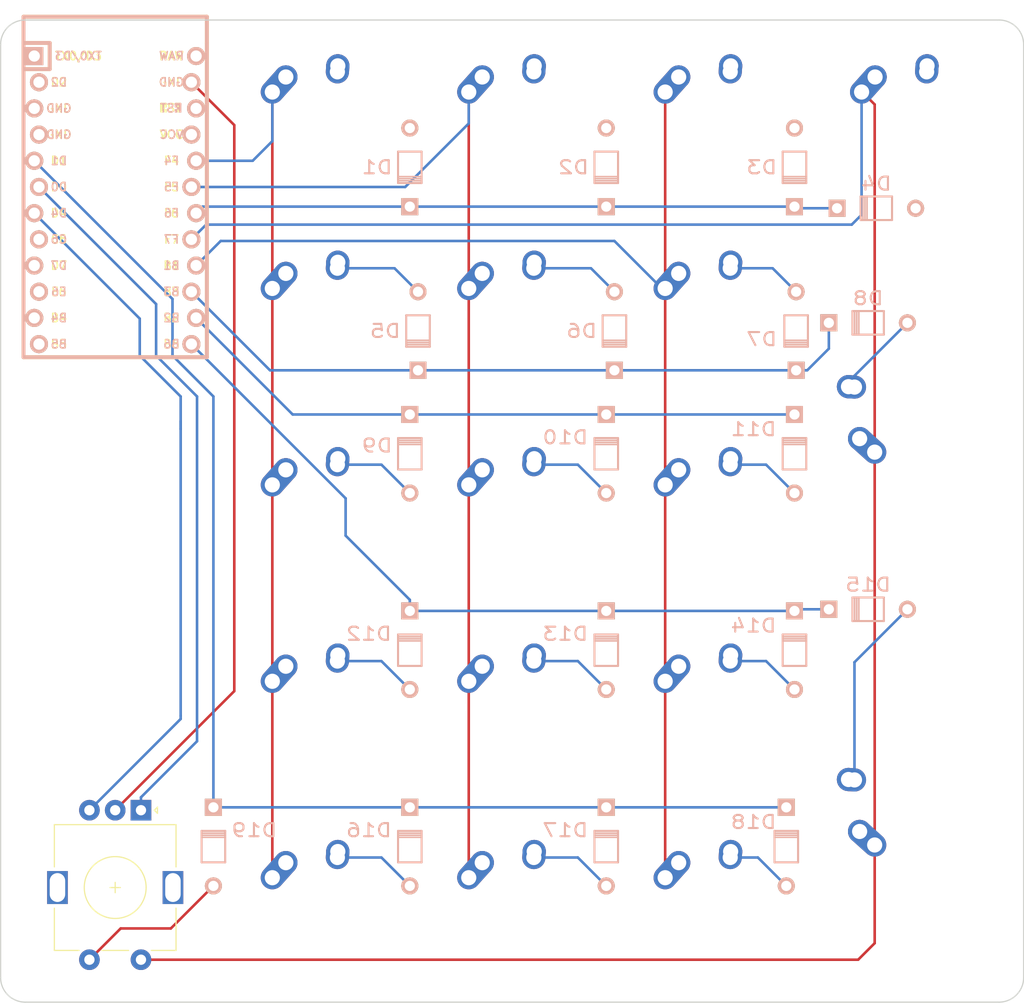
<source format=kicad_pcb>
(kicad_pcb (version 20171130) (host pcbnew "(5.1.4)-1")

  (general
    (thickness 1.6)
    (drawings 8)
    (tracks 118)
    (zones 0)
    (modules 39)
    (nets 44)
  )

  (page A4)
  (layers
    (0 F.Cu signal)
    (31 B.Cu signal)
    (32 B.Adhes user)
    (33 F.Adhes user)
    (34 B.Paste user)
    (35 F.Paste user)
    (36 B.SilkS user)
    (37 F.SilkS user)
    (38 B.Mask user)
    (39 F.Mask user)
    (40 Dwgs.User user)
    (41 Cmts.User user)
    (42 Eco1.User user)
    (43 Eco2.User user)
    (44 Edge.Cuts user)
    (45 Margin user)
    (46 B.CrtYd user)
    (47 F.CrtYd user)
    (48 B.Fab user)
    (49 F.Fab user)
  )

  (setup
    (last_trace_width 0.25)
    (trace_clearance 0.2)
    (zone_clearance 0.508)
    (zone_45_only no)
    (trace_min 0.2)
    (via_size 0.8)
    (via_drill 0.4)
    (via_min_size 0.4)
    (via_min_drill 0.3)
    (uvia_size 0.3)
    (uvia_drill 0.1)
    (uvias_allowed no)
    (uvia_min_size 0.2)
    (uvia_min_drill 0.1)
    (edge_width 0.05)
    (segment_width 0.2)
    (pcb_text_width 0.3)
    (pcb_text_size 1.5 1.5)
    (mod_edge_width 0.12)
    (mod_text_size 1 1)
    (mod_text_width 0.15)
    (pad_size 1.524 1.524)
    (pad_drill 0.762)
    (pad_to_mask_clearance 0.051)
    (solder_mask_min_width 0.25)
    (aux_axis_origin 0 0)
    (visible_elements 7FFFFFFF)
    (pcbplotparams
      (layerselection 0x010f0_ffffffff)
      (usegerberextensions true)
      (usegerberattributes false)
      (usegerberadvancedattributes false)
      (creategerberjobfile false)
      (excludeedgelayer true)
      (linewidth 0.100000)
      (plotframeref false)
      (viasonmask false)
      (mode 1)
      (useauxorigin false)
      (hpglpennumber 1)
      (hpglpenspeed 20)
      (hpglpendiameter 15.000000)
      (psnegative false)
      (psa4output false)
      (plotreference true)
      (plotvalue true)
      (plotinvisibletext false)
      (padsonsilk false)
      (subtractmaskfromsilk true)
      (outputformat 1)
      (mirror false)
      (drillshape 0)
      (scaleselection 1)
      (outputdirectory "Gerbers/"))
  )

  (net 0 "")
  (net 1 "Net-(D1-Pad2)")
  (net 2 ROW0)
  (net 3 "Net-(D2-Pad2)")
  (net 4 "Net-(D3-Pad2)")
  (net 5 "Net-(D4-Pad2)")
  (net 6 "Net-(D5-Pad2)")
  (net 7 ROW1)
  (net 8 "Net-(D6-Pad2)")
  (net 9 "Net-(D7-Pad2)")
  (net 10 "Net-(D8-Pad2)")
  (net 11 ROW2)
  (net 12 "Net-(D9-Pad2)")
  (net 13 "Net-(D10-Pad2)")
  (net 14 "Net-(D11-Pad2)")
  (net 15 "Net-(D12-Pad2)")
  (net 16 ROW3)
  (net 17 "Net-(D13-Pad2)")
  (net 18 "Net-(D14-Pad2)")
  (net 19 "Net-(D15-Pad2)")
  (net 20 ROW4)
  (net 21 "Net-(D16-Pad2)")
  (net 22 "Net-(D17-Pad2)")
  (net 23 "Net-(D18-Pad2)")
  (net 24 COL0)
  (net 25 COL1)
  (net 26 COL2)
  (net 27 COL3)
  (net 28 "Net-(U1-Pad24)")
  (net 29 "Net-(U1-Pad22)")
  (net 30 "Net-(U1-Pad21)")
  (net 31 "Net-(U1-Pad9)")
  (net 32 "Net-(U1-Pad8)")
  (net 33 "Net-(U1-Pad3)")
  (net 34 "Net-(U1-Pad2)")
  (net 35 "Net-(U1-Pad1)")
  (net 36 ROT_A)
  (net 37 ROT_B)
  (net 38 ROT_C)
  (net 39 "Net-(D19-Pad2)")
  (net 40 "Net-(U1-Pad10)")
  (net 41 "Net-(U1-Pad11)")
  (net 42 "Net-(U1-Pad12)")
  (net 43 "Net-(U1-Pad4)")

  (net_class Default "This is the default net class."
    (clearance 0.2)
    (trace_width 0.25)
    (via_dia 0.8)
    (via_drill 0.4)
    (uvia_dia 0.3)
    (uvia_drill 0.1)
    (add_net COL0)
    (add_net COL1)
    (add_net COL2)
    (add_net COL3)
    (add_net "Net-(D1-Pad2)")
    (add_net "Net-(D10-Pad2)")
    (add_net "Net-(D11-Pad2)")
    (add_net "Net-(D12-Pad2)")
    (add_net "Net-(D13-Pad2)")
    (add_net "Net-(D14-Pad2)")
    (add_net "Net-(D15-Pad2)")
    (add_net "Net-(D16-Pad2)")
    (add_net "Net-(D17-Pad2)")
    (add_net "Net-(D18-Pad2)")
    (add_net "Net-(D19-Pad2)")
    (add_net "Net-(D2-Pad2)")
    (add_net "Net-(D3-Pad2)")
    (add_net "Net-(D4-Pad2)")
    (add_net "Net-(D5-Pad2)")
    (add_net "Net-(D6-Pad2)")
    (add_net "Net-(D7-Pad2)")
    (add_net "Net-(D8-Pad2)")
    (add_net "Net-(D9-Pad2)")
    (add_net "Net-(U1-Pad1)")
    (add_net "Net-(U1-Pad10)")
    (add_net "Net-(U1-Pad11)")
    (add_net "Net-(U1-Pad12)")
    (add_net "Net-(U1-Pad2)")
    (add_net "Net-(U1-Pad21)")
    (add_net "Net-(U1-Pad22)")
    (add_net "Net-(U1-Pad24)")
    (add_net "Net-(U1-Pad3)")
    (add_net "Net-(U1-Pad4)")
    (add_net "Net-(U1-Pad8)")
    (add_net "Net-(U1-Pad9)")
    (add_net ROT_A)
    (add_net ROT_B)
    (add_net ROT_C)
    (add_net ROW0)
    (add_net ROW1)
    (add_net ROW2)
    (add_net ROW3)
    (add_net ROW4)
  )

  (net_class Power ""
    (clearance 0.2)
    (trace_width 0.4)
    (via_dia 0.8)
    (via_drill 0.4)
    (uvia_dia 0.3)
    (uvia_drill 0.1)
  )

  (module keebio:Diode (layer B.Cu) (tedit 5FB9BD2C) (tstamp 5FB9F169)
    (at 59.53125 119.0625 90)
    (path /5FBF3115)
    (fp_text reference D19 (at 1.5875 3.96875) (layer B.SilkS)
      (effects (font (size 1.27 1.524) (thickness 0.2032)) (justify mirror))
    )
    (fp_text value D_Small (at 0 0 -90) (layer B.SilkS) hide
      (effects (font (size 1.27 1.524) (thickness 0.2032)) (justify mirror))
    )
    (fp_line (start 0.9 -1.1) (end 0.9 1.1) (layer B.SilkS) (width 0.15))
    (fp_line (start 1.1 1.1) (end 1.1 -1.1) (layer B.SilkS) (width 0.15))
    (fp_line (start 1.3 1) (end 1.3 1.1) (layer B.SilkS) (width 0.15))
    (fp_line (start 1.3 1.1) (end 1.3 1) (layer B.SilkS) (width 0.15))
    (fp_line (start 1.3 -1.1) (end 1.3 1) (layer B.SilkS) (width 0.15))
    (fp_line (start -1.524 1.143) (end 1.524 1.143) (layer B.SilkS) (width 0.2032))
    (fp_line (start 1.524 1.143) (end 1.524 -1.143) (layer B.SilkS) (width 0.2032))
    (fp_line (start 1.524 -1.143) (end -1.524 -1.143) (layer B.SilkS) (width 0.2032))
    (fp_line (start -1.524 -1.143) (end -1.524 1.143) (layer B.SilkS) (width 0.2032))
    (pad 2 thru_hole circle (at -3.81 0 90) (size 1.651 1.651) (drill 0.9906) (layers *.Cu *.SilkS *.Mask)
      (net 39 "Net-(D19-Pad2)"))
    (pad 1 thru_hole rect (at 3.81 0 90) (size 1.651 1.651) (drill 0.9906) (layers *.Cu *.SilkS *.Mask)
      (net 20 ROW4))
  )

  (module keebio:Diode (layer B.Cu) (tedit 5FB9BD2C) (tstamp 5F9D4764)
    (at 115.09375 119.0625 90)
    (path /5FA17FF9)
    (fp_text reference D18 (at 2.38125 -3.175) (layer B.SilkS)
      (effects (font (size 1.27 1.524) (thickness 0.2032)) (justify mirror))
    )
    (fp_text value D_Small (at 0 0 270) (layer B.SilkS) hide
      (effects (font (size 1.27 1.524) (thickness 0.2032)) (justify mirror))
    )
    (fp_line (start -1.524 -1.143) (end -1.524 1.143) (layer B.SilkS) (width 0.2032))
    (fp_line (start 1.524 -1.143) (end -1.524 -1.143) (layer B.SilkS) (width 0.2032))
    (fp_line (start 1.524 1.143) (end 1.524 -1.143) (layer B.SilkS) (width 0.2032))
    (fp_line (start -1.524 1.143) (end 1.524 1.143) (layer B.SilkS) (width 0.2032))
    (fp_line (start 1.3 -1.1) (end 1.3 1) (layer B.SilkS) (width 0.15))
    (fp_line (start 1.3 1.1) (end 1.3 1) (layer B.SilkS) (width 0.15))
    (fp_line (start 1.3 1) (end 1.3 1.1) (layer B.SilkS) (width 0.15))
    (fp_line (start 1.1 1.1) (end 1.1 -1.1) (layer B.SilkS) (width 0.15))
    (fp_line (start 0.9 -1.1) (end 0.9 1.1) (layer B.SilkS) (width 0.15))
    (pad 1 thru_hole rect (at 3.81 0 90) (size 1.651 1.651) (drill 0.9906) (layers *.Cu *.SilkS *.Mask)
      (net 20 ROW4))
    (pad 2 thru_hole circle (at -3.81 0 90) (size 1.651 1.651) (drill 0.9906) (layers *.Cu *.SilkS *.Mask)
      (net 23 "Net-(D18-Pad2)"))
  )

  (module keebio:Diode (layer B.Cu) (tedit 5FB9BD2C) (tstamp 5F9D4755)
    (at 97.63125 119.0625 90)
    (path /5FA17FEC)
    (fp_text reference D17 (at 1.5875 -3.96875) (layer B.SilkS)
      (effects (font (size 1.27 1.524) (thickness 0.2032)) (justify mirror))
    )
    (fp_text value D_Small (at 0 0 270) (layer B.SilkS) hide
      (effects (font (size 1.27 1.524) (thickness 0.2032)) (justify mirror))
    )
    (fp_line (start -1.524 -1.143) (end -1.524 1.143) (layer B.SilkS) (width 0.2032))
    (fp_line (start 1.524 -1.143) (end -1.524 -1.143) (layer B.SilkS) (width 0.2032))
    (fp_line (start 1.524 1.143) (end 1.524 -1.143) (layer B.SilkS) (width 0.2032))
    (fp_line (start -1.524 1.143) (end 1.524 1.143) (layer B.SilkS) (width 0.2032))
    (fp_line (start 1.3 -1.1) (end 1.3 1) (layer B.SilkS) (width 0.15))
    (fp_line (start 1.3 1.1) (end 1.3 1) (layer B.SilkS) (width 0.15))
    (fp_line (start 1.3 1) (end 1.3 1.1) (layer B.SilkS) (width 0.15))
    (fp_line (start 1.1 1.1) (end 1.1 -1.1) (layer B.SilkS) (width 0.15))
    (fp_line (start 0.9 -1.1) (end 0.9 1.1) (layer B.SilkS) (width 0.15))
    (pad 1 thru_hole rect (at 3.81 0 90) (size 1.651 1.651) (drill 0.9906) (layers *.Cu *.SilkS *.Mask)
      (net 20 ROW4))
    (pad 2 thru_hole circle (at -3.81 0 90) (size 1.651 1.651) (drill 0.9906) (layers *.Cu *.SilkS *.Mask)
      (net 22 "Net-(D17-Pad2)"))
  )

  (module keebio:Diode (layer B.Cu) (tedit 5FB9BD2C) (tstamp 5F9D4746)
    (at 78.58125 119.0625 90)
    (path /5FA17FDF)
    (fp_text reference D16 (at 1.5875 -3.96875) (layer B.SilkS)
      (effects (font (size 1.27 1.524) (thickness 0.2032)) (justify mirror))
    )
    (fp_text value D_Small (at 0 0 270) (layer B.SilkS) hide
      (effects (font (size 1.27 1.524) (thickness 0.2032)) (justify mirror))
    )
    (fp_line (start -1.524 -1.143) (end -1.524 1.143) (layer B.SilkS) (width 0.2032))
    (fp_line (start 1.524 -1.143) (end -1.524 -1.143) (layer B.SilkS) (width 0.2032))
    (fp_line (start 1.524 1.143) (end 1.524 -1.143) (layer B.SilkS) (width 0.2032))
    (fp_line (start -1.524 1.143) (end 1.524 1.143) (layer B.SilkS) (width 0.2032))
    (fp_line (start 1.3 -1.1) (end 1.3 1) (layer B.SilkS) (width 0.15))
    (fp_line (start 1.3 1.1) (end 1.3 1) (layer B.SilkS) (width 0.15))
    (fp_line (start 1.3 1) (end 1.3 1.1) (layer B.SilkS) (width 0.15))
    (fp_line (start 1.1 1.1) (end 1.1 -1.1) (layer B.SilkS) (width 0.15))
    (fp_line (start 0.9 -1.1) (end 0.9 1.1) (layer B.SilkS) (width 0.15))
    (pad 1 thru_hole rect (at 3.81 0 90) (size 1.651 1.651) (drill 0.9906) (layers *.Cu *.SilkS *.Mask)
      (net 20 ROW4))
    (pad 2 thru_hole circle (at -3.81 0 90) (size 1.651 1.651) (drill 0.9906) (layers *.Cu *.SilkS *.Mask)
      (net 21 "Net-(D16-Pad2)"))
  )

  (module keebio:Diode (layer B.Cu) (tedit 5FB9BD2C) (tstamp 5F9D4773)
    (at 123.03125 96.04375 180)
    (path /5FA18006)
    (fp_text reference D15 (at 0 2.38125) (layer B.SilkS)
      (effects (font (size 1.27 1.524) (thickness 0.2032)) (justify mirror))
    )
    (fp_text value D_Small (at 0 0) (layer B.SilkS) hide
      (effects (font (size 1.27 1.524) (thickness 0.2032)) (justify mirror))
    )
    (fp_line (start -1.524 -1.143) (end -1.524 1.143) (layer B.SilkS) (width 0.2032))
    (fp_line (start 1.524 -1.143) (end -1.524 -1.143) (layer B.SilkS) (width 0.2032))
    (fp_line (start 1.524 1.143) (end 1.524 -1.143) (layer B.SilkS) (width 0.2032))
    (fp_line (start -1.524 1.143) (end 1.524 1.143) (layer B.SilkS) (width 0.2032))
    (fp_line (start 1.3 -1.1) (end 1.3 1) (layer B.SilkS) (width 0.15))
    (fp_line (start 1.3 1.1) (end 1.3 1) (layer B.SilkS) (width 0.15))
    (fp_line (start 1.3 1) (end 1.3 1.1) (layer B.SilkS) (width 0.15))
    (fp_line (start 1.1 1.1) (end 1.1 -1.1) (layer B.SilkS) (width 0.15))
    (fp_line (start 0.9 -1.1) (end 0.9 1.1) (layer B.SilkS) (width 0.15))
    (pad 1 thru_hole rect (at 3.81 0 180) (size 1.651 1.651) (drill 0.9906) (layers *.Cu *.SilkS *.Mask)
      (net 16 ROW3))
    (pad 2 thru_hole circle (at -3.81 0 180) (size 1.651 1.651) (drill 0.9906) (layers *.Cu *.SilkS *.Mask)
      (net 19 "Net-(D15-Pad2)"))
  )

  (module keebio:Diode (layer B.Cu) (tedit 5FB9BD2C) (tstamp 5F9D4737)
    (at 115.8875 100.0125 90)
    (path /5FA13523)
    (fp_text reference D14 (at 2.38125 -3.96875 180) (layer B.SilkS)
      (effects (font (size 1.27 1.524) (thickness 0.2032)) (justify mirror))
    )
    (fp_text value D_Small (at 0 0 90) (layer B.SilkS) hide
      (effects (font (size 1.27 1.524) (thickness 0.2032)) (justify mirror))
    )
    (fp_line (start -1.524 -1.143) (end -1.524 1.143) (layer B.SilkS) (width 0.2032))
    (fp_line (start 1.524 -1.143) (end -1.524 -1.143) (layer B.SilkS) (width 0.2032))
    (fp_line (start 1.524 1.143) (end 1.524 -1.143) (layer B.SilkS) (width 0.2032))
    (fp_line (start -1.524 1.143) (end 1.524 1.143) (layer B.SilkS) (width 0.2032))
    (fp_line (start 1.3 -1.1) (end 1.3 1) (layer B.SilkS) (width 0.15))
    (fp_line (start 1.3 1.1) (end 1.3 1) (layer B.SilkS) (width 0.15))
    (fp_line (start 1.3 1) (end 1.3 1.1) (layer B.SilkS) (width 0.15))
    (fp_line (start 1.1 1.1) (end 1.1 -1.1) (layer B.SilkS) (width 0.15))
    (fp_line (start 0.9 -1.1) (end 0.9 1.1) (layer B.SilkS) (width 0.15))
    (pad 1 thru_hole rect (at 3.81 0 90) (size 1.651 1.651) (drill 0.9906) (layers *.Cu *.SilkS *.Mask)
      (net 16 ROW3))
    (pad 2 thru_hole circle (at -3.81 0 90) (size 1.651 1.651) (drill 0.9906) (layers *.Cu *.SilkS *.Mask)
      (net 18 "Net-(D14-Pad2)"))
  )

  (module keebio:Diode (layer B.Cu) (tedit 5FB9BD2C) (tstamp 5F9D4728)
    (at 97.63125 100.0125 90)
    (path /5FA13516)
    (fp_text reference D13 (at 1.5875 -3.96875 180) (layer B.SilkS)
      (effects (font (size 1.27 1.524) (thickness 0.2032)) (justify mirror))
    )
    (fp_text value D_Small (at 0 0 90) (layer B.SilkS) hide
      (effects (font (size 1.27 1.524) (thickness 0.2032)) (justify mirror))
    )
    (fp_line (start -1.524 -1.143) (end -1.524 1.143) (layer B.SilkS) (width 0.2032))
    (fp_line (start 1.524 -1.143) (end -1.524 -1.143) (layer B.SilkS) (width 0.2032))
    (fp_line (start 1.524 1.143) (end 1.524 -1.143) (layer B.SilkS) (width 0.2032))
    (fp_line (start -1.524 1.143) (end 1.524 1.143) (layer B.SilkS) (width 0.2032))
    (fp_line (start 1.3 -1.1) (end 1.3 1) (layer B.SilkS) (width 0.15))
    (fp_line (start 1.3 1.1) (end 1.3 1) (layer B.SilkS) (width 0.15))
    (fp_line (start 1.3 1) (end 1.3 1.1) (layer B.SilkS) (width 0.15))
    (fp_line (start 1.1 1.1) (end 1.1 -1.1) (layer B.SilkS) (width 0.15))
    (fp_line (start 0.9 -1.1) (end 0.9 1.1) (layer B.SilkS) (width 0.15))
    (pad 1 thru_hole rect (at 3.81 0 90) (size 1.651 1.651) (drill 0.9906) (layers *.Cu *.SilkS *.Mask)
      (net 16 ROW3))
    (pad 2 thru_hole circle (at -3.81 0 90) (size 1.651 1.651) (drill 0.9906) (layers *.Cu *.SilkS *.Mask)
      (net 17 "Net-(D13-Pad2)"))
  )

  (module keebio:Diode (layer B.Cu) (tedit 5FB9BD2C) (tstamp 5F9D4719)
    (at 78.58125 100.0125 90)
    (path /5FA13509)
    (fp_text reference D12 (at 1.5875 -3.96875 180) (layer B.SilkS)
      (effects (font (size 1.27 1.524) (thickness 0.2032)) (justify mirror))
    )
    (fp_text value D_Small (at 0 0 90) (layer B.SilkS) hide
      (effects (font (size 1.27 1.524) (thickness 0.2032)) (justify mirror))
    )
    (fp_line (start -1.524 -1.143) (end -1.524 1.143) (layer B.SilkS) (width 0.2032))
    (fp_line (start 1.524 -1.143) (end -1.524 -1.143) (layer B.SilkS) (width 0.2032))
    (fp_line (start 1.524 1.143) (end 1.524 -1.143) (layer B.SilkS) (width 0.2032))
    (fp_line (start -1.524 1.143) (end 1.524 1.143) (layer B.SilkS) (width 0.2032))
    (fp_line (start 1.3 -1.1) (end 1.3 1) (layer B.SilkS) (width 0.15))
    (fp_line (start 1.3 1.1) (end 1.3 1) (layer B.SilkS) (width 0.15))
    (fp_line (start 1.3 1) (end 1.3 1.1) (layer B.SilkS) (width 0.15))
    (fp_line (start 1.1 1.1) (end 1.1 -1.1) (layer B.SilkS) (width 0.15))
    (fp_line (start 0.9 -1.1) (end 0.9 1.1) (layer B.SilkS) (width 0.15))
    (pad 1 thru_hole rect (at 3.81 0 90) (size 1.651 1.651) (drill 0.9906) (layers *.Cu *.SilkS *.Mask)
      (net 16 ROW3))
    (pad 2 thru_hole circle (at -3.81 0 90) (size 1.651 1.651) (drill 0.9906) (layers *.Cu *.SilkS *.Mask)
      (net 15 "Net-(D12-Pad2)"))
  )

  (module keebio:Diode (layer B.Cu) (tedit 5FB9BD2C) (tstamp 5F9D470A)
    (at 123.03125 68.2625 180)
    (path /5FA0D120)
    (fp_text reference D8 (at 0 2.38125) (layer B.SilkS)
      (effects (font (size 1.27 1.524) (thickness 0.2032)) (justify mirror))
    )
    (fp_text value D_Small (at 0 0) (layer B.SilkS) hide
      (effects (font (size 1.27 1.524) (thickness 0.2032)) (justify mirror))
    )
    (fp_line (start -1.524 -1.143) (end -1.524 1.143) (layer B.SilkS) (width 0.2032))
    (fp_line (start 1.524 -1.143) (end -1.524 -1.143) (layer B.SilkS) (width 0.2032))
    (fp_line (start 1.524 1.143) (end 1.524 -1.143) (layer B.SilkS) (width 0.2032))
    (fp_line (start -1.524 1.143) (end 1.524 1.143) (layer B.SilkS) (width 0.2032))
    (fp_line (start 1.3 -1.1) (end 1.3 1) (layer B.SilkS) (width 0.15))
    (fp_line (start 1.3 1.1) (end 1.3 1) (layer B.SilkS) (width 0.15))
    (fp_line (start 1.3 1) (end 1.3 1.1) (layer B.SilkS) (width 0.15))
    (fp_line (start 1.1 1.1) (end 1.1 -1.1) (layer B.SilkS) (width 0.15))
    (fp_line (start 0.9 -1.1) (end 0.9 1.1) (layer B.SilkS) (width 0.15))
    (pad 1 thru_hole rect (at 3.81 0 180) (size 1.651 1.651) (drill 0.9906) (layers *.Cu *.SilkS *.Mask)
      (net 7 ROW1))
    (pad 2 thru_hole circle (at -3.81 0 180) (size 1.651 1.651) (drill 0.9906) (layers *.Cu *.SilkS *.Mask)
      (net 10 "Net-(D8-Pad2)"))
  )

  (module keebio:Diode (layer B.Cu) (tedit 5FB9BD2C) (tstamp 5F9D46FB)
    (at 115.8875 80.9625 90)
    (path /5FA0D113)
    (fp_text reference D11 (at 2.38125 -3.96875 180) (layer B.SilkS)
      (effects (font (size 1.27 1.524) (thickness 0.2032)) (justify mirror))
    )
    (fp_text value D_Small (at 0 0 90) (layer B.SilkS) hide
      (effects (font (size 1.27 1.524) (thickness 0.2032)) (justify mirror))
    )
    (fp_line (start -1.524 -1.143) (end -1.524 1.143) (layer B.SilkS) (width 0.2032))
    (fp_line (start 1.524 -1.143) (end -1.524 -1.143) (layer B.SilkS) (width 0.2032))
    (fp_line (start 1.524 1.143) (end 1.524 -1.143) (layer B.SilkS) (width 0.2032))
    (fp_line (start -1.524 1.143) (end 1.524 1.143) (layer B.SilkS) (width 0.2032))
    (fp_line (start 1.3 -1.1) (end 1.3 1) (layer B.SilkS) (width 0.15))
    (fp_line (start 1.3 1.1) (end 1.3 1) (layer B.SilkS) (width 0.15))
    (fp_line (start 1.3 1) (end 1.3 1.1) (layer B.SilkS) (width 0.15))
    (fp_line (start 1.1 1.1) (end 1.1 -1.1) (layer B.SilkS) (width 0.15))
    (fp_line (start 0.9 -1.1) (end 0.9 1.1) (layer B.SilkS) (width 0.15))
    (pad 1 thru_hole rect (at 3.81 0 90) (size 1.651 1.651) (drill 0.9906) (layers *.Cu *.SilkS *.Mask)
      (net 11 ROW2))
    (pad 2 thru_hole circle (at -3.81 0 90) (size 1.651 1.651) (drill 0.9906) (layers *.Cu *.SilkS *.Mask)
      (net 14 "Net-(D11-Pad2)"))
  )

  (module keebio:Diode (layer B.Cu) (tedit 5FB9BD2C) (tstamp 5F9D46EC)
    (at 97.63125 80.9625 90)
    (path /5FA0D106)
    (fp_text reference D10 (at 1.5875 -3.96875 180) (layer B.SilkS)
      (effects (font (size 1.27 1.524) (thickness 0.2032)) (justify mirror))
    )
    (fp_text value D_Small (at 0 0 90) (layer B.SilkS) hide
      (effects (font (size 1.27 1.524) (thickness 0.2032)) (justify mirror))
    )
    (fp_line (start -1.524 -1.143) (end -1.524 1.143) (layer B.SilkS) (width 0.2032))
    (fp_line (start 1.524 -1.143) (end -1.524 -1.143) (layer B.SilkS) (width 0.2032))
    (fp_line (start 1.524 1.143) (end 1.524 -1.143) (layer B.SilkS) (width 0.2032))
    (fp_line (start -1.524 1.143) (end 1.524 1.143) (layer B.SilkS) (width 0.2032))
    (fp_line (start 1.3 -1.1) (end 1.3 1) (layer B.SilkS) (width 0.15))
    (fp_line (start 1.3 1.1) (end 1.3 1) (layer B.SilkS) (width 0.15))
    (fp_line (start 1.3 1) (end 1.3 1.1) (layer B.SilkS) (width 0.15))
    (fp_line (start 1.1 1.1) (end 1.1 -1.1) (layer B.SilkS) (width 0.15))
    (fp_line (start 0.9 -1.1) (end 0.9 1.1) (layer B.SilkS) (width 0.15))
    (pad 1 thru_hole rect (at 3.81 0 90) (size 1.651 1.651) (drill 0.9906) (layers *.Cu *.SilkS *.Mask)
      (net 11 ROW2))
    (pad 2 thru_hole circle (at -3.81 0 90) (size 1.651 1.651) (drill 0.9906) (layers *.Cu *.SilkS *.Mask)
      (net 13 "Net-(D10-Pad2)"))
  )

  (module keebio:Diode (layer B.Cu) (tedit 5FB9BD2C) (tstamp 5F9D46DD)
    (at 78.58125 80.9625 90)
    (path /5FA0D0F9)
    (fp_text reference D9 (at 0.79375 -3.175 180) (layer B.SilkS)
      (effects (font (size 1.27 1.524) (thickness 0.2032)) (justify mirror))
    )
    (fp_text value D_Small (at 0 0 90) (layer B.SilkS) hide
      (effects (font (size 1.27 1.524) (thickness 0.2032)) (justify mirror))
    )
    (fp_line (start -1.524 -1.143) (end -1.524 1.143) (layer B.SilkS) (width 0.2032))
    (fp_line (start 1.524 -1.143) (end -1.524 -1.143) (layer B.SilkS) (width 0.2032))
    (fp_line (start 1.524 1.143) (end 1.524 -1.143) (layer B.SilkS) (width 0.2032))
    (fp_line (start -1.524 1.143) (end 1.524 1.143) (layer B.SilkS) (width 0.2032))
    (fp_line (start 1.3 -1.1) (end 1.3 1) (layer B.SilkS) (width 0.15))
    (fp_line (start 1.3 1.1) (end 1.3 1) (layer B.SilkS) (width 0.15))
    (fp_line (start 1.3 1) (end 1.3 1.1) (layer B.SilkS) (width 0.15))
    (fp_line (start 1.1 1.1) (end 1.1 -1.1) (layer B.SilkS) (width 0.15))
    (fp_line (start 0.9 -1.1) (end 0.9 1.1) (layer B.SilkS) (width 0.15))
    (pad 1 thru_hole rect (at 3.81 0 90) (size 1.651 1.651) (drill 0.9906) (layers *.Cu *.SilkS *.Mask)
      (net 11 ROW2))
    (pad 2 thru_hole circle (at -3.81 0 90) (size 1.651 1.651) (drill 0.9906) (layers *.Cu *.SilkS *.Mask)
      (net 12 "Net-(D9-Pad2)"))
  )

  (module keebio:Diode (layer B.Cu) (tedit 5FB9BD2C) (tstamp 5F9D46CE)
    (at 116.04625 69.05625 270)
    (path /5FA07F53)
    (fp_text reference D7 (at 0.79375 3.33375 180) (layer B.SilkS)
      (effects (font (size 1.27 1.524) (thickness 0.2032)) (justify mirror))
    )
    (fp_text value D_Small (at 0 0 90) (layer B.SilkS) hide
      (effects (font (size 1.27 1.524) (thickness 0.2032)) (justify mirror))
    )
    (fp_line (start -1.524 -1.143) (end -1.524 1.143) (layer B.SilkS) (width 0.2032))
    (fp_line (start 1.524 -1.143) (end -1.524 -1.143) (layer B.SilkS) (width 0.2032))
    (fp_line (start 1.524 1.143) (end 1.524 -1.143) (layer B.SilkS) (width 0.2032))
    (fp_line (start -1.524 1.143) (end 1.524 1.143) (layer B.SilkS) (width 0.2032))
    (fp_line (start 1.3 -1.1) (end 1.3 1) (layer B.SilkS) (width 0.15))
    (fp_line (start 1.3 1.1) (end 1.3 1) (layer B.SilkS) (width 0.15))
    (fp_line (start 1.3 1) (end 1.3 1.1) (layer B.SilkS) (width 0.15))
    (fp_line (start 1.1 1.1) (end 1.1 -1.1) (layer B.SilkS) (width 0.15))
    (fp_line (start 0.9 -1.1) (end 0.9 1.1) (layer B.SilkS) (width 0.15))
    (pad 1 thru_hole rect (at 3.81 0 270) (size 1.651 1.651) (drill 0.9906) (layers *.Cu *.SilkS *.Mask)
      (net 7 ROW1))
    (pad 2 thru_hole circle (at -3.81 0 270) (size 1.651 1.651) (drill 0.9906) (layers *.Cu *.SilkS *.Mask)
      (net 9 "Net-(D7-Pad2)"))
  )

  (module keebio:Diode (layer B.Cu) (tedit 5FB9BD2C) (tstamp 5F9D46BF)
    (at 98.425 69.05625 270)
    (path /5FA07F46)
    (fp_text reference D6 (at 0 3.175 180) (layer B.SilkS)
      (effects (font (size 1.27 1.524) (thickness 0.2032)) (justify mirror))
    )
    (fp_text value D_Small (at 0 0 90) (layer B.SilkS) hide
      (effects (font (size 1.27 1.524) (thickness 0.2032)) (justify mirror))
    )
    (fp_line (start -1.524 -1.143) (end -1.524 1.143) (layer B.SilkS) (width 0.2032))
    (fp_line (start 1.524 -1.143) (end -1.524 -1.143) (layer B.SilkS) (width 0.2032))
    (fp_line (start 1.524 1.143) (end 1.524 -1.143) (layer B.SilkS) (width 0.2032))
    (fp_line (start -1.524 1.143) (end 1.524 1.143) (layer B.SilkS) (width 0.2032))
    (fp_line (start 1.3 -1.1) (end 1.3 1) (layer B.SilkS) (width 0.15))
    (fp_line (start 1.3 1.1) (end 1.3 1) (layer B.SilkS) (width 0.15))
    (fp_line (start 1.3 1) (end 1.3 1.1) (layer B.SilkS) (width 0.15))
    (fp_line (start 1.1 1.1) (end 1.1 -1.1) (layer B.SilkS) (width 0.15))
    (fp_line (start 0.9 -1.1) (end 0.9 1.1) (layer B.SilkS) (width 0.15))
    (pad 1 thru_hole rect (at 3.81 0 270) (size 1.651 1.651) (drill 0.9906) (layers *.Cu *.SilkS *.Mask)
      (net 7 ROW1))
    (pad 2 thru_hole circle (at -3.81 0 270) (size 1.651 1.651) (drill 0.9906) (layers *.Cu *.SilkS *.Mask)
      (net 8 "Net-(D6-Pad2)"))
  )

  (module keebio:Diode (layer B.Cu) (tedit 5FB9BD2C) (tstamp 5F9D46B0)
    (at 79.375 69.05625 270)
    (path /5FA07F39)
    (fp_text reference D5 (at 0 3.175 180) (layer B.SilkS)
      (effects (font (size 1.27 1.524) (thickness 0.2032)) (justify mirror))
    )
    (fp_text value D_Small (at 0 0 90) (layer B.SilkS) hide
      (effects (font (size 1.27 1.524) (thickness 0.2032)) (justify mirror))
    )
    (fp_line (start -1.524 -1.143) (end -1.524 1.143) (layer B.SilkS) (width 0.2032))
    (fp_line (start 1.524 -1.143) (end -1.524 -1.143) (layer B.SilkS) (width 0.2032))
    (fp_line (start 1.524 1.143) (end 1.524 -1.143) (layer B.SilkS) (width 0.2032))
    (fp_line (start -1.524 1.143) (end 1.524 1.143) (layer B.SilkS) (width 0.2032))
    (fp_line (start 1.3 -1.1) (end 1.3 1) (layer B.SilkS) (width 0.15))
    (fp_line (start 1.3 1.1) (end 1.3 1) (layer B.SilkS) (width 0.15))
    (fp_line (start 1.3 1) (end 1.3 1.1) (layer B.SilkS) (width 0.15))
    (fp_line (start 1.1 1.1) (end 1.1 -1.1) (layer B.SilkS) (width 0.15))
    (fp_line (start 0.9 -1.1) (end 0.9 1.1) (layer B.SilkS) (width 0.15))
    (pad 1 thru_hole rect (at 3.81 0 270) (size 1.651 1.651) (drill 0.9906) (layers *.Cu *.SilkS *.Mask)
      (net 7 ROW1))
    (pad 2 thru_hole circle (at -3.81 0 270) (size 1.651 1.651) (drill 0.9906) (layers *.Cu *.SilkS *.Mask)
      (net 6 "Net-(D5-Pad2)"))
  )

  (module keebio:Diode (layer B.Cu) (tedit 5FB9BD2C) (tstamp 5F9DACC0)
    (at 123.825 57.15 180)
    (path /5F9F489E)
    (fp_text reference D4 (at 0 2.38125) (layer B.SilkS)
      (effects (font (size 1.27 1.524) (thickness 0.2032)) (justify mirror))
    )
    (fp_text value D_Small (at 0 0) (layer B.SilkS) hide
      (effects (font (size 1.27 1.524) (thickness 0.2032)) (justify mirror))
    )
    (fp_line (start -1.524 -1.143) (end -1.524 1.143) (layer B.SilkS) (width 0.2032))
    (fp_line (start 1.524 -1.143) (end -1.524 -1.143) (layer B.SilkS) (width 0.2032))
    (fp_line (start 1.524 1.143) (end 1.524 -1.143) (layer B.SilkS) (width 0.2032))
    (fp_line (start -1.524 1.143) (end 1.524 1.143) (layer B.SilkS) (width 0.2032))
    (fp_line (start 1.3 -1.1) (end 1.3 1) (layer B.SilkS) (width 0.15))
    (fp_line (start 1.3 1.1) (end 1.3 1) (layer B.SilkS) (width 0.15))
    (fp_line (start 1.3 1) (end 1.3 1.1) (layer B.SilkS) (width 0.15))
    (fp_line (start 1.1 1.1) (end 1.1 -1.1) (layer B.SilkS) (width 0.15))
    (fp_line (start 0.9 -1.1) (end 0.9 1.1) (layer B.SilkS) (width 0.15))
    (pad 1 thru_hole rect (at 3.81 0 180) (size 1.651 1.651) (drill 0.9906) (layers *.Cu *.SilkS *.Mask)
      (net 2 ROW0))
    (pad 2 thru_hole circle (at -3.81 0 180) (size 1.651 1.651) (drill 0.9906) (layers *.Cu *.SilkS *.Mask)
      (net 5 "Net-(D4-Pad2)"))
  )

  (module keebio:Diode (layer B.Cu) (tedit 5FB9BD2C) (tstamp 5F9D4692)
    (at 115.8875 53.18125 270)
    (path /5F9F3D4B)
    (fp_text reference D3 (at 0 3.175 180) (layer B.SilkS)
      (effects (font (size 1.27 1.524) (thickness 0.2032)) (justify mirror))
    )
    (fp_text value D_Small (at 0 0 90) (layer B.SilkS) hide
      (effects (font (size 1.27 1.524) (thickness 0.2032)) (justify mirror))
    )
    (fp_line (start -1.524 -1.143) (end -1.524 1.143) (layer B.SilkS) (width 0.2032))
    (fp_line (start 1.524 -1.143) (end -1.524 -1.143) (layer B.SilkS) (width 0.2032))
    (fp_line (start 1.524 1.143) (end 1.524 -1.143) (layer B.SilkS) (width 0.2032))
    (fp_line (start -1.524 1.143) (end 1.524 1.143) (layer B.SilkS) (width 0.2032))
    (fp_line (start 1.3 -1.1) (end 1.3 1) (layer B.SilkS) (width 0.15))
    (fp_line (start 1.3 1.1) (end 1.3 1) (layer B.SilkS) (width 0.15))
    (fp_line (start 1.3 1) (end 1.3 1.1) (layer B.SilkS) (width 0.15))
    (fp_line (start 1.1 1.1) (end 1.1 -1.1) (layer B.SilkS) (width 0.15))
    (fp_line (start 0.9 -1.1) (end 0.9 1.1) (layer B.SilkS) (width 0.15))
    (pad 1 thru_hole rect (at 3.81 0 270) (size 1.651 1.651) (drill 0.9906) (layers *.Cu *.SilkS *.Mask)
      (net 2 ROW0))
    (pad 2 thru_hole circle (at -3.81 0 270) (size 1.651 1.651) (drill 0.9906) (layers *.Cu *.SilkS *.Mask)
      (net 4 "Net-(D3-Pad2)"))
  )

  (module keebio:Diode (layer B.Cu) (tedit 5FB9BD2C) (tstamp 5F9D4683)
    (at 97.63125 53.18125 270)
    (path /5F9EC9C4)
    (fp_text reference D2 (at 0 3.175 180) (layer B.SilkS)
      (effects (font (size 1.27 1.524) (thickness 0.2032)) (justify mirror))
    )
    (fp_text value D_Small (at 0 0 90) (layer B.SilkS) hide
      (effects (font (size 1.27 1.524) (thickness 0.2032)) (justify mirror))
    )
    (fp_line (start -1.524 -1.143) (end -1.524 1.143) (layer B.SilkS) (width 0.2032))
    (fp_line (start 1.524 -1.143) (end -1.524 -1.143) (layer B.SilkS) (width 0.2032))
    (fp_line (start 1.524 1.143) (end 1.524 -1.143) (layer B.SilkS) (width 0.2032))
    (fp_line (start -1.524 1.143) (end 1.524 1.143) (layer B.SilkS) (width 0.2032))
    (fp_line (start 1.3 -1.1) (end 1.3 1) (layer B.SilkS) (width 0.15))
    (fp_line (start 1.3 1.1) (end 1.3 1) (layer B.SilkS) (width 0.15))
    (fp_line (start 1.3 1) (end 1.3 1.1) (layer B.SilkS) (width 0.15))
    (fp_line (start 1.1 1.1) (end 1.1 -1.1) (layer B.SilkS) (width 0.15))
    (fp_line (start 0.9 -1.1) (end 0.9 1.1) (layer B.SilkS) (width 0.15))
    (pad 1 thru_hole rect (at 3.81 0 270) (size 1.651 1.651) (drill 0.9906) (layers *.Cu *.SilkS *.Mask)
      (net 2 ROW0))
    (pad 2 thru_hole circle (at -3.81 0 270) (size 1.651 1.651) (drill 0.9906) (layers *.Cu *.SilkS *.Mask)
      (net 3 "Net-(D2-Pad2)"))
  )

  (module keebio:Diode (layer B.Cu) (tedit 5FB9BD2C) (tstamp 5F9D4674)
    (at 78.58125 53.18125 270)
    (path /5F9E5511)
    (fp_text reference D1 (at 0 3.175 180) (layer B.SilkS)
      (effects (font (size 1.27 1.524) (thickness 0.2032)) (justify mirror))
    )
    (fp_text value D_Small (at 0 0 90) (layer B.SilkS) hide
      (effects (font (size 1.27 1.524) (thickness 0.2032)) (justify mirror))
    )
    (fp_line (start -1.524 -1.143) (end -1.524 1.143) (layer B.SilkS) (width 0.2032))
    (fp_line (start 1.524 -1.143) (end -1.524 -1.143) (layer B.SilkS) (width 0.2032))
    (fp_line (start 1.524 1.143) (end 1.524 -1.143) (layer B.SilkS) (width 0.2032))
    (fp_line (start -1.524 1.143) (end 1.524 1.143) (layer B.SilkS) (width 0.2032))
    (fp_line (start 1.3 -1.1) (end 1.3 1) (layer B.SilkS) (width 0.15))
    (fp_line (start 1.3 1.1) (end 1.3 1) (layer B.SilkS) (width 0.15))
    (fp_line (start 1.3 1) (end 1.3 1.1) (layer B.SilkS) (width 0.15))
    (fp_line (start 1.1 1.1) (end 1.1 -1.1) (layer B.SilkS) (width 0.15))
    (fp_line (start 0.9 -1.1) (end 0.9 1.1) (layer B.SilkS) (width 0.15))
    (pad 1 thru_hole rect (at 3.81 0 270) (size 1.651 1.651) (drill 0.9906) (layers *.Cu *.SilkS *.Mask)
      (net 2 ROW0))
    (pad 2 thru_hole circle (at -3.81 0 270) (size 1.651 1.651) (drill 0.9906) (layers *.Cu *.SilkS *.Mask)
      (net 1 "Net-(D1-Pad2)"))
  )

  (module ai03_switch:MX-2U-NoLED (layer F.Cu) (tedit 5A9F522A) (tstamp 5F9D4911)
    (at 126.20625 115.09375 90)
    (path /5FA18000)
    (fp_text reference MX15 (at 0 3.175 90) (layer Dwgs.User)
      (effects (font (size 1 1) (thickness 0.15)))
    )
    (fp_text value MX-NoLED (at 0 -7.9375 90) (layer Dwgs.User)
      (effects (font (size 1 1) (thickness 0.15)))
    )
    (fp_line (start 5 -7) (end 7 -7) (layer Dwgs.User) (width 0.15))
    (fp_line (start 7 -7) (end 7 -5) (layer Dwgs.User) (width 0.15))
    (fp_line (start 5 7) (end 7 7) (layer Dwgs.User) (width 0.15))
    (fp_line (start 7 7) (end 7 5) (layer Dwgs.User) (width 0.15))
    (fp_line (start -7 5) (end -7 7) (layer Dwgs.User) (width 0.15))
    (fp_line (start -7 7) (end -5 7) (layer Dwgs.User) (width 0.15))
    (fp_line (start -5 -7) (end -7 -7) (layer Dwgs.User) (width 0.15))
    (fp_line (start -7 -7) (end -7 -5) (layer Dwgs.User) (width 0.15))
    (fp_line (start -19.05 -9.525) (end 19.05 -9.525) (layer Dwgs.User) (width 0.15))
    (fp_line (start 19.05 -9.525) (end 19.05 9.525) (layer Dwgs.User) (width 0.15))
    (fp_line (start -19.05 9.525) (end 19.05 9.525) (layer Dwgs.User) (width 0.15))
    (fp_line (start -19.05 9.525) (end -19.05 -9.525) (layer Dwgs.User) (width 0.15))
    (pad 2 thru_hole oval (at 2.5 -4.5 176.0548) (size 2.831378 2.25) (drill 1.47 (offset 0.290689 0)) (layers *.Cu B.Mask)
      (net 19 "Net-(D15-Pad2)"))
    (pad 2 thru_hole circle (at 2.54 -5.08 90) (size 2.25 2.25) (drill 1.47) (layers *.Cu B.Mask)
      (net 19 "Net-(D15-Pad2)"))
    (pad 1 thru_hole oval (at -3.81 -2.54 138.0996) (size 4.211556 2.25) (drill 1.47 (offset 0.980778 0)) (layers *.Cu B.Mask)
      (net 27 COL3))
    (pad "" np_thru_hole circle (at 0 0 90) (size 3.9878 3.9878) (drill 3.9878) (layers *.Cu *.Mask))
    (pad 1 thru_hole circle (at -2.5 -4 90) (size 2.25 2.25) (drill 1.47) (layers *.Cu B.Mask)
      (net 27 COL3))
    (pad "" np_thru_hole circle (at -5.08 0 138.0996) (size 1.75 1.75) (drill 1.75) (layers *.Cu *.Mask))
    (pad "" np_thru_hole circle (at 5.08 0 138.0996) (size 1.75 1.75) (drill 1.75) (layers *.Cu *.Mask))
    (pad "" np_thru_hole circle (at -11.938 -6.985 90) (size 3.048 3.048) (drill 3.048) (layers *.Cu *.Mask))
    (pad "" np_thru_hole circle (at 11.938 -6.985 90) (size 3.048 3.048) (drill 3.048) (layers *.Cu *.Mask))
    (pad "" np_thru_hole circle (at -11.938 8.255 90) (size 3.9878 3.9878) (drill 3.9878) (layers *.Cu *.Mask))
    (pad "" np_thru_hole circle (at 11.938 8.255 90) (size 3.9878 3.9878) (drill 3.9878) (layers *.Cu *.Mask))
  )

  (module ai03_switch:MX-2U-NoLED (layer F.Cu) (tedit 5A9F522A) (tstamp 5F9D4870)
    (at 126.20625 76.99375 90)
    (path /5FA0D11A)
    (fp_text reference MX8 (at 0 3.175 90) (layer Dwgs.User)
      (effects (font (size 1 1) (thickness 0.15)))
    )
    (fp_text value MX-NoLED (at 0 -7.9375 90) (layer Dwgs.User)
      (effects (font (size 1 1) (thickness 0.15)))
    )
    (fp_line (start 5 -7) (end 7 -7) (layer Dwgs.User) (width 0.15))
    (fp_line (start 7 -7) (end 7 -5) (layer Dwgs.User) (width 0.15))
    (fp_line (start 5 7) (end 7 7) (layer Dwgs.User) (width 0.15))
    (fp_line (start 7 7) (end 7 5) (layer Dwgs.User) (width 0.15))
    (fp_line (start -7 5) (end -7 7) (layer Dwgs.User) (width 0.15))
    (fp_line (start -7 7) (end -5 7) (layer Dwgs.User) (width 0.15))
    (fp_line (start -5 -7) (end -7 -7) (layer Dwgs.User) (width 0.15))
    (fp_line (start -7 -7) (end -7 -5) (layer Dwgs.User) (width 0.15))
    (fp_line (start -19.05 -9.525) (end 19.05 -9.525) (layer Dwgs.User) (width 0.15))
    (fp_line (start 19.05 -9.525) (end 19.05 9.525) (layer Dwgs.User) (width 0.15))
    (fp_line (start -19.05 9.525) (end 19.05 9.525) (layer Dwgs.User) (width 0.15))
    (fp_line (start -19.05 9.525) (end -19.05 -9.525) (layer Dwgs.User) (width 0.15))
    (pad 2 thru_hole oval (at 2.5 -4.5 176.0548) (size 2.831378 2.25) (drill 1.47 (offset 0.290689 0)) (layers *.Cu B.Mask)
      (net 10 "Net-(D8-Pad2)"))
    (pad 2 thru_hole circle (at 2.54 -5.08 90) (size 2.25 2.25) (drill 1.47) (layers *.Cu B.Mask)
      (net 10 "Net-(D8-Pad2)"))
    (pad 1 thru_hole oval (at -3.81 -2.54 138.0996) (size 4.211556 2.25) (drill 1.47 (offset 0.980778 0)) (layers *.Cu B.Mask)
      (net 27 COL3))
    (pad "" np_thru_hole circle (at 0 0 90) (size 3.9878 3.9878) (drill 3.9878) (layers *.Cu *.Mask))
    (pad 1 thru_hole circle (at -2.5 -4 90) (size 2.25 2.25) (drill 1.47) (layers *.Cu B.Mask)
      (net 27 COL3))
    (pad "" np_thru_hole circle (at -5.08 0 138.0996) (size 1.75 1.75) (drill 1.75) (layers *.Cu *.Mask))
    (pad "" np_thru_hole circle (at 5.08 0 138.0996) (size 1.75 1.75) (drill 1.75) (layers *.Cu *.Mask))
    (pad "" np_thru_hole circle (at -11.938 -6.985 90) (size 3.048 3.048) (drill 3.048) (layers *.Cu *.Mask))
    (pad "" np_thru_hole circle (at 11.938 -6.985 90) (size 3.048 3.048) (drill 3.048) (layers *.Cu *.Mask))
    (pad "" np_thru_hole circle (at -11.938 8.255 90) (size 3.9878 3.9878) (drill 3.9878) (layers *.Cu *.Mask))
    (pad "" np_thru_hole circle (at 11.938 8.255 90) (size 3.9878 3.9878) (drill 3.9878) (layers *.Cu *.Mask))
  )

  (module keebio:ArduinoProMicro-ZigZag (layer F.Cu) (tedit 5BDF4FCE) (tstamp 5F9D49A1)
    (at 50.00625 56.35625 270)
    (path /5F9CE208)
    (fp_text reference U1 (at 0 1.625 90) (layer F.SilkS) hide
      (effects (font (size 1 1) (thickness 0.2)))
    )
    (fp_text value ProMicro (at 0 0 90) (layer F.SilkS) hide
      (effects (font (size 1 1) (thickness 0.2)))
    )
    (fp_line (start -15.24 6.35) (end -15.24 8.89) (layer F.SilkS) (width 0.381))
    (fp_line (start -15.24 6.35) (end -15.24 8.89) (layer B.SilkS) (width 0.381))
    (fp_line (start -19.304 -3.556) (end -14.224 -3.556) (layer Dwgs.User) (width 0.2))
    (fp_line (start -19.304 3.81) (end -19.304 -3.556) (layer Dwgs.User) (width 0.2))
    (fp_line (start -14.224 3.81) (end -19.304 3.81) (layer Dwgs.User) (width 0.2))
    (fp_line (start -14.224 -3.556) (end -14.224 3.81) (layer Dwgs.User) (width 0.2))
    (fp_line (start -17.78 8.89) (end -15.24 8.89) (layer F.SilkS) (width 0.381))
    (fp_line (start -17.78 -8.89) (end -17.78 8.89) (layer F.SilkS) (width 0.381))
    (fp_line (start -15.24 -8.89) (end -17.78 -8.89) (layer F.SilkS) (width 0.381))
    (fp_line (start -17.78 -8.89) (end -17.78 8.89) (layer B.SilkS) (width 0.381))
    (fp_line (start -17.78 8.89) (end 15.24 8.89) (layer B.SilkS) (width 0.381))
    (fp_line (start 15.24 8.89) (end 15.24 -8.89) (layer B.SilkS) (width 0.381))
    (fp_line (start 15.24 -8.89) (end -17.78 -8.89) (layer B.SilkS) (width 0.381))
    (fp_poly (pts (xy -9.35097 -5.844635) (xy -9.25097 -5.844635) (xy -9.25097 -6.344635) (xy -9.35097 -6.344635)) (layer B.SilkS) (width 0.15))
    (fp_poly (pts (xy -9.35097 -5.844635) (xy -9.05097 -5.844635) (xy -9.05097 -5.944635) (xy -9.35097 -5.944635)) (layer B.SilkS) (width 0.15))
    (fp_poly (pts (xy -8.75097 -5.844635) (xy -8.55097 -5.844635) (xy -8.55097 -5.944635) (xy -8.75097 -5.944635)) (layer B.SilkS) (width 0.15))
    (fp_poly (pts (xy -9.35097 -6.244635) (xy -8.55097 -6.244635) (xy -8.55097 -6.344635) (xy -9.35097 -6.344635)) (layer B.SilkS) (width 0.15))
    (fp_poly (pts (xy -8.95097 -6.044635) (xy -8.85097 -6.044635) (xy -8.85097 -6.144635) (xy -8.95097 -6.144635)) (layer B.SilkS) (width 0.15))
    (fp_text user ST (at -8.91 -5.04) (layer B.SilkS)
      (effects (font (size 0.8 0.8) (thickness 0.15)) (justify mirror))
    )
    (fp_poly (pts (xy -8.76064 -4.931568) (xy -8.56064 -4.931568) (xy -8.56064 -4.831568) (xy -8.76064 -4.831568)) (layer F.SilkS) (width 0.15))
    (fp_poly (pts (xy -9.36064 -4.531568) (xy -8.56064 -4.531568) (xy -8.56064 -4.431568) (xy -9.36064 -4.431568)) (layer F.SilkS) (width 0.15))
    (fp_poly (pts (xy -9.36064 -4.931568) (xy -9.26064 -4.931568) (xy -9.26064 -4.431568) (xy -9.36064 -4.431568)) (layer F.SilkS) (width 0.15))
    (fp_poly (pts (xy -8.96064 -4.731568) (xy -8.86064 -4.731568) (xy -8.86064 -4.631568) (xy -8.96064 -4.631568)) (layer F.SilkS) (width 0.15))
    (fp_poly (pts (xy -9.36064 -4.931568) (xy -9.06064 -4.931568) (xy -9.06064 -4.831568) (xy -9.36064 -4.831568)) (layer F.SilkS) (width 0.15))
    (fp_line (start -12.7 6.35) (end -12.7 8.89) (layer F.SilkS) (width 0.381))
    (fp_line (start -15.24 6.35) (end -12.7 6.35) (layer F.SilkS) (width 0.381))
    (fp_line (start 15.24 -8.89) (end -15.24 -8.89) (layer F.SilkS) (width 0.381))
    (fp_line (start 15.24 8.89) (end 15.24 -8.89) (layer F.SilkS) (width 0.381))
    (fp_line (start -15.24 8.89) (end 15.24 8.89) (layer F.SilkS) (width 0.381))
    (fp_text user TX0/D3 (at -13.97 3.571872) (layer F.SilkS)
      (effects (font (size 0.8 0.8) (thickness 0.15)))
    )
    (fp_text user TX0/D3 (at -13.97 3.571872) (layer B.SilkS)
      (effects (font (size 0.8 0.8) (thickness 0.15)) (justify mirror))
    )
    (fp_text user D2 (at -11.43 5.461) (layer F.SilkS)
      (effects (font (size 0.8 0.8) (thickness 0.15)))
    )
    (fp_text user D0 (at -1.27 5.461) (layer F.SilkS)
      (effects (font (size 0.8 0.8) (thickness 0.15)))
    )
    (fp_text user D1 (at -3.81 5.461) (layer F.SilkS)
      (effects (font (size 0.8 0.8) (thickness 0.15)))
    )
    (fp_text user GND (at -6.35 5.461) (layer F.SilkS)
      (effects (font (size 0.8 0.8) (thickness 0.15)))
    )
    (fp_text user GND (at -8.89 5.461) (layer F.SilkS)
      (effects (font (size 0.8 0.8) (thickness 0.15)))
    )
    (fp_text user D4 (at 1.27 5.461) (layer F.SilkS)
      (effects (font (size 0.8 0.8) (thickness 0.15)))
    )
    (fp_text user C6 (at 3.81 5.461) (layer F.SilkS)
      (effects (font (size 0.8 0.8) (thickness 0.15)))
    )
    (fp_text user D7 (at 6.35 5.461) (layer F.SilkS)
      (effects (font (size 0.8 0.8) (thickness 0.15)))
    )
    (fp_text user E6 (at 8.89 5.461) (layer F.SilkS)
      (effects (font (size 0.8 0.8) (thickness 0.15)))
    )
    (fp_text user B4 (at 11.43 5.461) (layer F.SilkS)
      (effects (font (size 0.8 0.8) (thickness 0.15)))
    )
    (fp_text user B5 (at 13.97 5.461) (layer F.SilkS)
      (effects (font (size 0.8 0.8) (thickness 0.15)))
    )
    (fp_text user B6 (at 13.97 -5.461) (layer F.SilkS)
      (effects (font (size 0.8 0.8) (thickness 0.15)))
    )
    (fp_text user B2 (at 11.43 -5.461) (layer B.SilkS)
      (effects (font (size 0.8 0.8) (thickness 0.15)) (justify mirror))
    )
    (fp_text user B3 (at 8.89 -5.461) (layer F.SilkS)
      (effects (font (size 0.8 0.8) (thickness 0.15)))
    )
    (fp_text user B1 (at 6.35 -5.461) (layer F.SilkS)
      (effects (font (size 0.8 0.8) (thickness 0.15)))
    )
    (fp_text user F7 (at 3.81 -5.461) (layer B.SilkS)
      (effects (font (size 0.8 0.8) (thickness 0.15)) (justify mirror))
    )
    (fp_text user F6 (at 1.27 -5.461) (layer B.SilkS)
      (effects (font (size 0.8 0.8) (thickness 0.15)) (justify mirror))
    )
    (fp_text user F5 (at -1.27 -5.461) (layer B.SilkS)
      (effects (font (size 0.8 0.8) (thickness 0.15)) (justify mirror))
    )
    (fp_text user F4 (at -3.81 -5.461) (layer F.SilkS)
      (effects (font (size 0.8 0.8) (thickness 0.15)))
    )
    (fp_text user VCC (at -6.35 -5.461) (layer F.SilkS)
      (effects (font (size 0.8 0.8) (thickness 0.15)))
    )
    (fp_text user ST (at -8.92 -5.73312) (layer F.SilkS)
      (effects (font (size 0.8 0.8) (thickness 0.15)))
    )
    (fp_text user GND (at -11.43 -5.461) (layer F.SilkS)
      (effects (font (size 0.8 0.8) (thickness 0.15)))
    )
    (fp_text user RAW (at -13.97 -5.461) (layer F.SilkS)
      (effects (font (size 0.8 0.8) (thickness 0.15)))
    )
    (fp_text user RAW (at -13.97 -5.461) (layer B.SilkS)
      (effects (font (size 0.8 0.8) (thickness 0.15)) (justify mirror))
    )
    (fp_text user GND (at -11.43 -5.461) (layer B.SilkS)
      (effects (font (size 0.8 0.8) (thickness 0.15)) (justify mirror))
    )
    (fp_text user VCC (at -6.35 -5.461) (layer B.SilkS)
      (effects (font (size 0.8 0.8) (thickness 0.15)) (justify mirror))
    )
    (fp_text user F4 (at -3.81 -5.461) (layer B.SilkS)
      (effects (font (size 0.8 0.8) (thickness 0.15)) (justify mirror))
    )
    (fp_text user F5 (at -1.27 -5.461) (layer F.SilkS)
      (effects (font (size 0.8 0.8) (thickness 0.15)))
    )
    (fp_text user F6 (at 1.27 -5.461) (layer F.SilkS)
      (effects (font (size 0.8 0.8) (thickness 0.15)))
    )
    (fp_text user F7 (at 3.81 -5.461) (layer F.SilkS)
      (effects (font (size 0.8 0.8) (thickness 0.15)))
    )
    (fp_text user B1 (at 6.35 -5.461) (layer B.SilkS)
      (effects (font (size 0.8 0.8) (thickness 0.15)) (justify mirror))
    )
    (fp_text user B3 (at 8.89 -5.461) (layer B.SilkS)
      (effects (font (size 0.8 0.8) (thickness 0.15)) (justify mirror))
    )
    (fp_text user B2 (at 11.43 -5.461) (layer F.SilkS)
      (effects (font (size 0.8 0.8) (thickness 0.15)))
    )
    (fp_text user B6 (at 13.97 -5.461) (layer B.SilkS)
      (effects (font (size 0.8 0.8) (thickness 0.15)) (justify mirror))
    )
    (fp_text user B5 (at 13.97 5.461) (layer B.SilkS)
      (effects (font (size 0.8 0.8) (thickness 0.15)) (justify mirror))
    )
    (fp_text user B4 (at 11.43 5.461) (layer B.SilkS)
      (effects (font (size 0.8 0.8) (thickness 0.15)) (justify mirror))
    )
    (fp_text user E6 (at 8.89 5.461) (layer B.SilkS)
      (effects (font (size 0.8 0.8) (thickness 0.15)) (justify mirror))
    )
    (fp_text user D7 (at 6.35 5.461) (layer B.SilkS)
      (effects (font (size 0.8 0.8) (thickness 0.15)) (justify mirror))
    )
    (fp_text user C6 (at 3.81 5.461) (layer B.SilkS)
      (effects (font (size 0.8 0.8) (thickness 0.15)) (justify mirror))
    )
    (fp_text user D4 (at 1.27 5.461) (layer B.SilkS)
      (effects (font (size 0.8 0.8) (thickness 0.15)) (justify mirror))
    )
    (fp_text user GND (at -8.89 5.461) (layer B.SilkS)
      (effects (font (size 0.8 0.8) (thickness 0.15)) (justify mirror))
    )
    (fp_text user GND (at -6.35 5.461) (layer B.SilkS)
      (effects (font (size 0.8 0.8) (thickness 0.15)) (justify mirror))
    )
    (fp_text user D1 (at -3.81 5.461) (layer B.SilkS)
      (effects (font (size 0.8 0.8) (thickness 0.15)) (justify mirror))
    )
    (fp_text user D0 (at -1.27 5.461) (layer B.SilkS)
      (effects (font (size 0.8 0.8) (thickness 0.15)) (justify mirror))
    )
    (fp_text user D2 (at -11.43 5.461) (layer B.SilkS)
      (effects (font (size 0.8 0.8) (thickness 0.15)) (justify mirror))
    )
    (fp_line (start -15.24 6.35) (end -12.7 6.35) (layer B.SilkS) (width 0.381))
    (fp_line (start -12.7 6.35) (end -12.7 8.89) (layer B.SilkS) (width 0.381))
    (pad 24 thru_hole circle (at -13.97 -7.8486 270) (size 1.7526 1.7526) (drill 1.0922) (layers *.Cu *.SilkS *.Mask)
      (net 28 "Net-(U1-Pad24)"))
    (pad 12 thru_hole circle (at 13.97 7.3914 270) (size 1.7526 1.7526) (drill 1.0922) (layers *.Cu *.SilkS *.Mask)
      (net 42 "Net-(U1-Pad12)"))
    (pad 23 thru_hole circle (at -11.43 -7.3914 270) (size 1.7526 1.7526) (drill 1.0922) (layers *.Cu *.SilkS *.Mask)
      (net 38 ROT_C))
    (pad 22 thru_hole circle (at -8.89 -7.8486 270) (size 1.7526 1.7526) (drill 1.0922) (layers *.Cu *.SilkS *.Mask)
      (net 29 "Net-(U1-Pad22)"))
    (pad 21 thru_hole circle (at -6.35 -7.3914 270) (size 1.7526 1.7526) (drill 1.0922) (layers *.Cu *.SilkS *.Mask)
      (net 30 "Net-(U1-Pad21)"))
    (pad 20 thru_hole circle (at -3.81 -7.8486 270) (size 1.7526 1.7526) (drill 1.0922) (layers *.Cu *.SilkS *.Mask)
      (net 24 COL0))
    (pad 19 thru_hole circle (at -1.27 -7.3914 270) (size 1.7526 1.7526) (drill 1.0922) (layers *.Cu *.SilkS *.Mask)
      (net 25 COL1))
    (pad 18 thru_hole circle (at 1.27 -7.8486 270) (size 1.7526 1.7526) (drill 1.0922) (layers *.Cu *.SilkS *.Mask)
      (net 2 ROW0))
    (pad 17 thru_hole circle (at 3.81 -7.3914 270) (size 1.7526 1.7526) (drill 1.0922) (layers *.Cu *.SilkS *.Mask)
      (net 27 COL3))
    (pad 16 thru_hole circle (at 6.35 -7.8486 270) (size 1.7526 1.7526) (drill 1.0922) (layers *.Cu *.SilkS *.Mask)
      (net 26 COL2))
    (pad 15 thru_hole circle (at 8.89 -7.3914 270) (size 1.7526 1.7526) (drill 1.0922) (layers *.Cu *.SilkS *.Mask)
      (net 7 ROW1))
    (pad 14 thru_hole circle (at 11.43 -7.8486 270) (size 1.7526 1.7526) (drill 1.0922) (layers *.Cu *.SilkS *.Mask)
      (net 11 ROW2))
    (pad 13 thru_hole circle (at 13.97 -7.3914 270) (size 1.7526 1.7526) (drill 1.0922) (layers *.Cu *.SilkS *.Mask)
      (net 16 ROW3))
    (pad 11 thru_hole circle (at 11.43 7.8486 270) (size 1.7526 1.7526) (drill 1.0922) (layers *.Cu *.SilkS *.Mask)
      (net 41 "Net-(U1-Pad11)"))
    (pad 10 thru_hole circle (at 8.89 7.3914 270) (size 1.7526 1.7526) (drill 1.0922) (layers *.Cu *.SilkS *.Mask)
      (net 40 "Net-(U1-Pad10)"))
    (pad 9 thru_hole circle (at 6.35 7.8486 270) (size 1.7526 1.7526) (drill 1.0922) (layers *.Cu *.SilkS *.Mask)
      (net 31 "Net-(U1-Pad9)"))
    (pad 8 thru_hole circle (at 3.81 7.3914 270) (size 1.7526 1.7526) (drill 1.0922) (layers *.Cu *.SilkS *.Mask)
      (net 32 "Net-(U1-Pad8)"))
    (pad 7 thru_hole circle (at 1.27 7.8486 270) (size 1.7526 1.7526) (drill 1.0922) (layers *.Cu *.SilkS *.Mask)
      (net 37 ROT_B))
    (pad 6 thru_hole circle (at -1.27 7.3914 270) (size 1.7526 1.7526) (drill 1.0922) (layers *.Cu *.SilkS *.Mask)
      (net 36 ROT_A))
    (pad 5 thru_hole circle (at -3.81 7.8486 270) (size 1.7526 1.7526) (drill 1.0922) (layers *.Cu *.SilkS *.Mask)
      (net 20 ROW4))
    (pad 4 thru_hole circle (at -6.35 7.3914 270) (size 1.7526 1.7526) (drill 1.0922) (layers *.Cu *.SilkS *.Mask)
      (net 43 "Net-(U1-Pad4)"))
    (pad 3 thru_hole circle (at -8.89 7.8486 270) (size 1.7526 1.7526) (drill 1.0922) (layers *.Cu *.SilkS *.Mask)
      (net 33 "Net-(U1-Pad3)"))
    (pad 2 thru_hole circle (at -11.43 7.3914 270) (size 1.7526 1.7526) (drill 1.0922) (layers *.Cu *.SilkS *.Mask)
      (net 34 "Net-(U1-Pad2)"))
    (pad 1 thru_hole rect (at -13.97 7.8486 270) (size 1.7526 1.7526) (drill 1.0922) (layers *.Cu *.SilkS *.Mask)
      (net 35 "Net-(U1-Pad1)"))
    (model /Users/danny/Documents/proj/custom-keyboard/kicad-libs/3d_models/ArduinoProMicro.wrl
      (offset (xyz -13.96999979019165 -7.619999885559082 -5.841999912261963))
      (scale (xyz 0.395 0.395 0.395))
      (rotate (xyz 90 180 180))
    )
  )

  (module keebio:RotaryEncoder_EC11 (layer F.Cu) (tedit 5D936EDB) (tstamp 5F9D4937)
    (at 50.00625 123.03125 270)
    (descr "Alps rotary encoder, EC12E... with switch, vertical shaft, http://www.alps.com/prod/info/E/HTML/Encoder/Incremental/EC11/EC11E15204A3.html")
    (tags "rotary encoder")
    (path /5F9D591C)
    (fp_text reference SW19 (at -4.7 -7.2 90) (layer F.Fab)
      (effects (font (size 1 1) (thickness 0.15)))
    )
    (fp_text value RT1 (at 0 7.9 90) (layer F.Fab)
      (effects (font (size 1 1) (thickness 0.15)))
    )
    (fp_circle (center 0 0) (end 3 0) (layer F.Fab) (width 0.12))
    (fp_circle (center 0 0) (end 3 0) (layer F.SilkS) (width 0.12))
    (fp_line (start 8.5 7.1) (end -9 7.1) (layer F.CrtYd) (width 0.05))
    (fp_line (start 8.5 7.1) (end 8.5 -7.1) (layer F.CrtYd) (width 0.05))
    (fp_line (start -9 -7.1) (end -9 7.1) (layer F.CrtYd) (width 0.05))
    (fp_line (start -9 -7.1) (end 8.5 -7.1) (layer F.CrtYd) (width 0.05))
    (fp_line (start -5 -5.8) (end 6 -5.8) (layer F.Fab) (width 0.12))
    (fp_line (start 6 -5.8) (end 6 5.8) (layer F.Fab) (width 0.12))
    (fp_line (start 6 5.8) (end -6 5.8) (layer F.Fab) (width 0.12))
    (fp_line (start -6 5.8) (end -6 -4.7) (layer F.Fab) (width 0.12))
    (fp_line (start -6 -4.7) (end -5 -5.8) (layer F.Fab) (width 0.12))
    (fp_line (start 2 -5.9) (end 6.1 -5.9) (layer F.SilkS) (width 0.12))
    (fp_line (start 6.1 5.9) (end 2 5.9) (layer F.SilkS) (width 0.12))
    (fp_line (start -2 5.9) (end -6.1 5.9) (layer F.SilkS) (width 0.12))
    (fp_line (start -2 -5.9) (end -6.1 -5.9) (layer F.SilkS) (width 0.12))
    (fp_line (start -6.1 -5.9) (end -6.1 5.9) (layer F.SilkS) (width 0.12))
    (fp_line (start -7.5 -3.8) (end -7.8 -4.1) (layer F.SilkS) (width 0.12))
    (fp_line (start -7.8 -4.1) (end -7.2 -4.1) (layer F.SilkS) (width 0.12))
    (fp_line (start -7.2 -4.1) (end -7.5 -3.8) (layer F.SilkS) (width 0.12))
    (fp_line (start 0 -3) (end 0 3) (layer F.Fab) (width 0.12))
    (fp_line (start -3 0) (end 3 0) (layer F.Fab) (width 0.12))
    (fp_line (start 6.1 -5.9) (end 6.1 -3.5) (layer F.SilkS) (width 0.12))
    (fp_line (start 6.1 -1.3) (end 6.1 1.3) (layer F.SilkS) (width 0.12))
    (fp_line (start 6.1 3.5) (end 6.1 5.9) (layer F.SilkS) (width 0.12))
    (fp_line (start 0 -0.5) (end 0 0.5) (layer F.SilkS) (width 0.12))
    (fp_line (start -0.5 0) (end 0.5 0) (layer F.SilkS) (width 0.12))
    (fp_text user %R (at 3.6 3.8 90) (layer F.Fab)
      (effects (font (size 1 1) (thickness 0.15)))
    )
    (pad S1 thru_hole circle (at 7 2.5 270) (size 2 2) (drill 1) (layers *.Cu *.Mask)
      (net 39 "Net-(D19-Pad2)"))
    (pad S2 thru_hole circle (at 7 -2.5 270) (size 2 2) (drill 1) (layers *.Cu *.Mask)
      (net 27 COL3))
    (pad "" np_thru_hole rect (at 0 5.6 270) (size 3.2 2) (drill oval 2.8 1.5) (layers *.Cu *.Mask))
    (pad "" np_thru_hole rect (at 0 -5.6 270) (size 3.2 2) (drill oval 2.8 1.5) (layers *.Cu *.Mask))
    (pad B thru_hole circle (at -7.5 2.5 270) (size 2 2) (drill 1) (layers *.Cu *.Mask)
      (net 37 ROT_B))
    (pad C thru_hole circle (at -7.5 0 270) (size 2 2) (drill 1) (layers *.Cu *.Mask)
      (net 38 ROT_C))
    (pad A thru_hole rect (at -7.5 -2.5 270) (size 2 2) (drill 1) (layers *.Cu *.Mask)
      (net 36 ROT_A))
    (model ${KISYS3DMOD}/Rotary_Encoder.3dshapes/RotaryEncoder_Alps_EC11E-Switch_Vertical_H20mm.wrl
      (at (xyz 0 0 0))
      (scale (xyz 1 1 1))
      (rotate (xyz 0 0 0))
    )
  )

  (module ai03_switch:MX-1U-NoLED (layer F.Cu) (tedit 5A9F5203) (tstamp 5F9D48FA)
    (at 107.15625 124.61875)
    (path /5FA17FF3)
    (fp_text reference MX18 (at 0 3.175) (layer Dwgs.User)
      (effects (font (size 1 1) (thickness 0.15)))
    )
    (fp_text value MX-NoLED (at 0 -7.9375) (layer Dwgs.User)
      (effects (font (size 1 1) (thickness 0.15)))
    )
    (fp_line (start 5 -7) (end 7 -7) (layer Dwgs.User) (width 0.15))
    (fp_line (start 7 -7) (end 7 -5) (layer Dwgs.User) (width 0.15))
    (fp_line (start 5 7) (end 7 7) (layer Dwgs.User) (width 0.15))
    (fp_line (start 7 7) (end 7 5) (layer Dwgs.User) (width 0.15))
    (fp_line (start -7 5) (end -7 7) (layer Dwgs.User) (width 0.15))
    (fp_line (start -7 7) (end -5 7) (layer Dwgs.User) (width 0.15))
    (fp_line (start -5 -7) (end -7 -7) (layer Dwgs.User) (width 0.15))
    (fp_line (start -7 -7) (end -7 -5) (layer Dwgs.User) (width 0.15))
    (fp_line (start -9.525 -9.525) (end 9.525 -9.525) (layer Dwgs.User) (width 0.15))
    (fp_line (start 9.525 -9.525) (end 9.525 9.525) (layer Dwgs.User) (width 0.15))
    (fp_line (start 9.525 9.525) (end -9.525 9.525) (layer Dwgs.User) (width 0.15))
    (fp_line (start -9.525 9.525) (end -9.525 -9.525) (layer Dwgs.User) (width 0.15))
    (pad 2 thru_hole oval (at 2.5 -4.5 86.0548) (size 2.831378 2.25) (drill 1.47 (offset 0.290689 0)) (layers *.Cu B.Mask)
      (net 23 "Net-(D18-Pad2)"))
    (pad 2 thru_hole circle (at 2.54 -5.08) (size 2.25 2.25) (drill 1.47) (layers *.Cu B.Mask)
      (net 23 "Net-(D18-Pad2)"))
    (pad 1 thru_hole oval (at -3.81 -2.54 48.0996) (size 4.211556 2.25) (drill 1.47 (offset 0.980778 0)) (layers *.Cu B.Mask)
      (net 26 COL2))
    (pad "" np_thru_hole circle (at 0 0) (size 3.9878 3.9878) (drill 3.9878) (layers *.Cu *.Mask))
    (pad 1 thru_hole circle (at -2.5 -4) (size 2.25 2.25) (drill 1.47) (layers *.Cu B.Mask)
      (net 26 COL2))
    (pad "" np_thru_hole circle (at -5.08 0 48.0996) (size 1.75 1.75) (drill 1.75) (layers *.Cu *.Mask))
    (pad "" np_thru_hole circle (at 5.08 0 48.0996) (size 1.75 1.75) (drill 1.75) (layers *.Cu *.Mask))
  )

  (module ai03_switch:MX-1U-NoLED (layer F.Cu) (tedit 5A9F5203) (tstamp 5F9D48E3)
    (at 88.10625 124.61875)
    (path /5FA17FE6)
    (fp_text reference MX17 (at 0 3.175) (layer Dwgs.User)
      (effects (font (size 1 1) (thickness 0.15)))
    )
    (fp_text value MX-NoLED (at 0 -7.9375) (layer Dwgs.User)
      (effects (font (size 1 1) (thickness 0.15)))
    )
    (fp_line (start 5 -7) (end 7 -7) (layer Dwgs.User) (width 0.15))
    (fp_line (start 7 -7) (end 7 -5) (layer Dwgs.User) (width 0.15))
    (fp_line (start 5 7) (end 7 7) (layer Dwgs.User) (width 0.15))
    (fp_line (start 7 7) (end 7 5) (layer Dwgs.User) (width 0.15))
    (fp_line (start -7 5) (end -7 7) (layer Dwgs.User) (width 0.15))
    (fp_line (start -7 7) (end -5 7) (layer Dwgs.User) (width 0.15))
    (fp_line (start -5 -7) (end -7 -7) (layer Dwgs.User) (width 0.15))
    (fp_line (start -7 -7) (end -7 -5) (layer Dwgs.User) (width 0.15))
    (fp_line (start -9.525 -9.525) (end 9.525 -9.525) (layer Dwgs.User) (width 0.15))
    (fp_line (start 9.525 -9.525) (end 9.525 9.525) (layer Dwgs.User) (width 0.15))
    (fp_line (start 9.525 9.525) (end -9.525 9.525) (layer Dwgs.User) (width 0.15))
    (fp_line (start -9.525 9.525) (end -9.525 -9.525) (layer Dwgs.User) (width 0.15))
    (pad 2 thru_hole oval (at 2.5 -4.5 86.0548) (size 2.831378 2.25) (drill 1.47 (offset 0.290689 0)) (layers *.Cu B.Mask)
      (net 22 "Net-(D17-Pad2)"))
    (pad 2 thru_hole circle (at 2.54 -5.08) (size 2.25 2.25) (drill 1.47) (layers *.Cu B.Mask)
      (net 22 "Net-(D17-Pad2)"))
    (pad 1 thru_hole oval (at -3.81 -2.54 48.0996) (size 4.211556 2.25) (drill 1.47 (offset 0.980778 0)) (layers *.Cu B.Mask)
      (net 25 COL1))
    (pad "" np_thru_hole circle (at 0 0) (size 3.9878 3.9878) (drill 3.9878) (layers *.Cu *.Mask))
    (pad 1 thru_hole circle (at -2.5 -4) (size 2.25 2.25) (drill 1.47) (layers *.Cu B.Mask)
      (net 25 COL1))
    (pad "" np_thru_hole circle (at -5.08 0 48.0996) (size 1.75 1.75) (drill 1.75) (layers *.Cu *.Mask))
    (pad "" np_thru_hole circle (at 5.08 0 48.0996) (size 1.75 1.75) (drill 1.75) (layers *.Cu *.Mask))
  )

  (module ai03_switch:MX-1U-NoLED (layer F.Cu) (tedit 5A9F5203) (tstamp 5F9D48CC)
    (at 69.05625 124.61875)
    (path /5FA17FD9)
    (fp_text reference MX16 (at 0 3.175) (layer Dwgs.User)
      (effects (font (size 1 1) (thickness 0.15)))
    )
    (fp_text value MX-NoLED (at 0 -7.9375) (layer Dwgs.User)
      (effects (font (size 1 1) (thickness 0.15)))
    )
    (fp_line (start 5 -7) (end 7 -7) (layer Dwgs.User) (width 0.15))
    (fp_line (start 7 -7) (end 7 -5) (layer Dwgs.User) (width 0.15))
    (fp_line (start 5 7) (end 7 7) (layer Dwgs.User) (width 0.15))
    (fp_line (start 7 7) (end 7 5) (layer Dwgs.User) (width 0.15))
    (fp_line (start -7 5) (end -7 7) (layer Dwgs.User) (width 0.15))
    (fp_line (start -7 7) (end -5 7) (layer Dwgs.User) (width 0.15))
    (fp_line (start -5 -7) (end -7 -7) (layer Dwgs.User) (width 0.15))
    (fp_line (start -7 -7) (end -7 -5) (layer Dwgs.User) (width 0.15))
    (fp_line (start -9.525 -9.525) (end 9.525 -9.525) (layer Dwgs.User) (width 0.15))
    (fp_line (start 9.525 -9.525) (end 9.525 9.525) (layer Dwgs.User) (width 0.15))
    (fp_line (start 9.525 9.525) (end -9.525 9.525) (layer Dwgs.User) (width 0.15))
    (fp_line (start -9.525 9.525) (end -9.525 -9.525) (layer Dwgs.User) (width 0.15))
    (pad 2 thru_hole oval (at 2.5 -4.5 86.0548) (size 2.831378 2.25) (drill 1.47 (offset 0.290689 0)) (layers *.Cu B.Mask)
      (net 21 "Net-(D16-Pad2)"))
    (pad 2 thru_hole circle (at 2.54 -5.08) (size 2.25 2.25) (drill 1.47) (layers *.Cu B.Mask)
      (net 21 "Net-(D16-Pad2)"))
    (pad 1 thru_hole oval (at -3.81 -2.54 48.0996) (size 4.211556 2.25) (drill 1.47 (offset 0.980778 0)) (layers *.Cu B.Mask)
      (net 24 COL0))
    (pad "" np_thru_hole circle (at 0 0) (size 3.9878 3.9878) (drill 3.9878) (layers *.Cu *.Mask))
    (pad 1 thru_hole circle (at -2.5 -4) (size 2.25 2.25) (drill 1.47) (layers *.Cu B.Mask)
      (net 24 COL0))
    (pad "" np_thru_hole circle (at -5.08 0 48.0996) (size 1.75 1.75) (drill 1.75) (layers *.Cu *.Mask))
    (pad "" np_thru_hole circle (at 5.08 0 48.0996) (size 1.75 1.75) (drill 1.75) (layers *.Cu *.Mask))
  )

  (module ai03_switch:MX-1U-NoLED (layer F.Cu) (tedit 5A9F5203) (tstamp 5F9D48B5)
    (at 107.15625 105.56875)
    (path /5FA1351D)
    (fp_text reference MX14 (at 0 3.175) (layer Dwgs.User)
      (effects (font (size 1 1) (thickness 0.15)))
    )
    (fp_text value MX-NoLED (at 0 -7.9375) (layer Dwgs.User)
      (effects (font (size 1 1) (thickness 0.15)))
    )
    (fp_line (start 5 -7) (end 7 -7) (layer Dwgs.User) (width 0.15))
    (fp_line (start 7 -7) (end 7 -5) (layer Dwgs.User) (width 0.15))
    (fp_line (start 5 7) (end 7 7) (layer Dwgs.User) (width 0.15))
    (fp_line (start 7 7) (end 7 5) (layer Dwgs.User) (width 0.15))
    (fp_line (start -7 5) (end -7 7) (layer Dwgs.User) (width 0.15))
    (fp_line (start -7 7) (end -5 7) (layer Dwgs.User) (width 0.15))
    (fp_line (start -5 -7) (end -7 -7) (layer Dwgs.User) (width 0.15))
    (fp_line (start -7 -7) (end -7 -5) (layer Dwgs.User) (width 0.15))
    (fp_line (start -9.525 -9.525) (end 9.525 -9.525) (layer Dwgs.User) (width 0.15))
    (fp_line (start 9.525 -9.525) (end 9.525 9.525) (layer Dwgs.User) (width 0.15))
    (fp_line (start 9.525 9.525) (end -9.525 9.525) (layer Dwgs.User) (width 0.15))
    (fp_line (start -9.525 9.525) (end -9.525 -9.525) (layer Dwgs.User) (width 0.15))
    (pad 2 thru_hole oval (at 2.5 -4.5 86.0548) (size 2.831378 2.25) (drill 1.47 (offset 0.290689 0)) (layers *.Cu B.Mask)
      (net 18 "Net-(D14-Pad2)"))
    (pad 2 thru_hole circle (at 2.54 -5.08) (size 2.25 2.25) (drill 1.47) (layers *.Cu B.Mask)
      (net 18 "Net-(D14-Pad2)"))
    (pad 1 thru_hole oval (at -3.81 -2.54 48.0996) (size 4.211556 2.25) (drill 1.47 (offset 0.980778 0)) (layers *.Cu B.Mask)
      (net 26 COL2))
    (pad "" np_thru_hole circle (at 0 0) (size 3.9878 3.9878) (drill 3.9878) (layers *.Cu *.Mask))
    (pad 1 thru_hole circle (at -2.5 -4) (size 2.25 2.25) (drill 1.47) (layers *.Cu B.Mask)
      (net 26 COL2))
    (pad "" np_thru_hole circle (at -5.08 0 48.0996) (size 1.75 1.75) (drill 1.75) (layers *.Cu *.Mask))
    (pad "" np_thru_hole circle (at 5.08 0 48.0996) (size 1.75 1.75) (drill 1.75) (layers *.Cu *.Mask))
  )

  (module ai03_switch:MX-1U-NoLED (layer F.Cu) (tedit 5A9F5203) (tstamp 5F9D489E)
    (at 88.10625 105.56875)
    (path /5FA13510)
    (fp_text reference MX13 (at 0 3.175) (layer Dwgs.User)
      (effects (font (size 1 1) (thickness 0.15)))
    )
    (fp_text value MX-NoLED (at 0 -7.9375) (layer Dwgs.User)
      (effects (font (size 1 1) (thickness 0.15)))
    )
    (fp_line (start 5 -7) (end 7 -7) (layer Dwgs.User) (width 0.15))
    (fp_line (start 7 -7) (end 7 -5) (layer Dwgs.User) (width 0.15))
    (fp_line (start 5 7) (end 7 7) (layer Dwgs.User) (width 0.15))
    (fp_line (start 7 7) (end 7 5) (layer Dwgs.User) (width 0.15))
    (fp_line (start -7 5) (end -7 7) (layer Dwgs.User) (width 0.15))
    (fp_line (start -7 7) (end -5 7) (layer Dwgs.User) (width 0.15))
    (fp_line (start -5 -7) (end -7 -7) (layer Dwgs.User) (width 0.15))
    (fp_line (start -7 -7) (end -7 -5) (layer Dwgs.User) (width 0.15))
    (fp_line (start -9.525 -9.525) (end 9.525 -9.525) (layer Dwgs.User) (width 0.15))
    (fp_line (start 9.525 -9.525) (end 9.525 9.525) (layer Dwgs.User) (width 0.15))
    (fp_line (start 9.525 9.525) (end -9.525 9.525) (layer Dwgs.User) (width 0.15))
    (fp_line (start -9.525 9.525) (end -9.525 -9.525) (layer Dwgs.User) (width 0.15))
    (pad 2 thru_hole oval (at 2.5 -4.5 86.0548) (size 2.831378 2.25) (drill 1.47 (offset 0.290689 0)) (layers *.Cu B.Mask)
      (net 17 "Net-(D13-Pad2)"))
    (pad 2 thru_hole circle (at 2.54 -5.08) (size 2.25 2.25) (drill 1.47) (layers *.Cu B.Mask)
      (net 17 "Net-(D13-Pad2)"))
    (pad 1 thru_hole oval (at -3.81 -2.54 48.0996) (size 4.211556 2.25) (drill 1.47 (offset 0.980778 0)) (layers *.Cu B.Mask)
      (net 25 COL1))
    (pad "" np_thru_hole circle (at 0 0) (size 3.9878 3.9878) (drill 3.9878) (layers *.Cu *.Mask))
    (pad 1 thru_hole circle (at -2.5 -4) (size 2.25 2.25) (drill 1.47) (layers *.Cu B.Mask)
      (net 25 COL1))
    (pad "" np_thru_hole circle (at -5.08 0 48.0996) (size 1.75 1.75) (drill 1.75) (layers *.Cu *.Mask))
    (pad "" np_thru_hole circle (at 5.08 0 48.0996) (size 1.75 1.75) (drill 1.75) (layers *.Cu *.Mask))
  )

  (module ai03_switch:MX-1U-NoLED (layer F.Cu) (tedit 5A9F5203) (tstamp 5F9D4887)
    (at 69.05625 105.56875)
    (path /5FA13503)
    (fp_text reference MX12 (at 0 3.175) (layer Dwgs.User)
      (effects (font (size 1 1) (thickness 0.15)))
    )
    (fp_text value MX-NoLED (at 0 -7.9375) (layer Dwgs.User)
      (effects (font (size 1 1) (thickness 0.15)))
    )
    (fp_line (start 5 -7) (end 7 -7) (layer Dwgs.User) (width 0.15))
    (fp_line (start 7 -7) (end 7 -5) (layer Dwgs.User) (width 0.15))
    (fp_line (start 5 7) (end 7 7) (layer Dwgs.User) (width 0.15))
    (fp_line (start 7 7) (end 7 5) (layer Dwgs.User) (width 0.15))
    (fp_line (start -7 5) (end -7 7) (layer Dwgs.User) (width 0.15))
    (fp_line (start -7 7) (end -5 7) (layer Dwgs.User) (width 0.15))
    (fp_line (start -5 -7) (end -7 -7) (layer Dwgs.User) (width 0.15))
    (fp_line (start -7 -7) (end -7 -5) (layer Dwgs.User) (width 0.15))
    (fp_line (start -9.525 -9.525) (end 9.525 -9.525) (layer Dwgs.User) (width 0.15))
    (fp_line (start 9.525 -9.525) (end 9.525 9.525) (layer Dwgs.User) (width 0.15))
    (fp_line (start 9.525 9.525) (end -9.525 9.525) (layer Dwgs.User) (width 0.15))
    (fp_line (start -9.525 9.525) (end -9.525 -9.525) (layer Dwgs.User) (width 0.15))
    (pad 2 thru_hole oval (at 2.5 -4.5 86.0548) (size 2.831378 2.25) (drill 1.47 (offset 0.290689 0)) (layers *.Cu B.Mask)
      (net 15 "Net-(D12-Pad2)"))
    (pad 2 thru_hole circle (at 2.54 -5.08) (size 2.25 2.25) (drill 1.47) (layers *.Cu B.Mask)
      (net 15 "Net-(D12-Pad2)"))
    (pad 1 thru_hole oval (at -3.81 -2.54 48.0996) (size 4.211556 2.25) (drill 1.47 (offset 0.980778 0)) (layers *.Cu B.Mask)
      (net 24 COL0))
    (pad "" np_thru_hole circle (at 0 0) (size 3.9878 3.9878) (drill 3.9878) (layers *.Cu *.Mask))
    (pad 1 thru_hole circle (at -2.5 -4) (size 2.25 2.25) (drill 1.47) (layers *.Cu B.Mask)
      (net 24 COL0))
    (pad "" np_thru_hole circle (at -5.08 0 48.0996) (size 1.75 1.75) (drill 1.75) (layers *.Cu *.Mask))
    (pad "" np_thru_hole circle (at 5.08 0 48.0996) (size 1.75 1.75) (drill 1.75) (layers *.Cu *.Mask))
  )

  (module ai03_switch:MX-1U-NoLED (layer F.Cu) (tedit 5A9F5203) (tstamp 5F9D4859)
    (at 107.15625 86.51875)
    (path /5FA0D10D)
    (fp_text reference MX11 (at 0 3.175) (layer Dwgs.User)
      (effects (font (size 1 1) (thickness 0.15)))
    )
    (fp_text value MX-NoLED (at 0 -7.9375) (layer Dwgs.User)
      (effects (font (size 1 1) (thickness 0.15)))
    )
    (fp_line (start 5 -7) (end 7 -7) (layer Dwgs.User) (width 0.15))
    (fp_line (start 7 -7) (end 7 -5) (layer Dwgs.User) (width 0.15))
    (fp_line (start 5 7) (end 7 7) (layer Dwgs.User) (width 0.15))
    (fp_line (start 7 7) (end 7 5) (layer Dwgs.User) (width 0.15))
    (fp_line (start -7 5) (end -7 7) (layer Dwgs.User) (width 0.15))
    (fp_line (start -7 7) (end -5 7) (layer Dwgs.User) (width 0.15))
    (fp_line (start -5 -7) (end -7 -7) (layer Dwgs.User) (width 0.15))
    (fp_line (start -7 -7) (end -7 -5) (layer Dwgs.User) (width 0.15))
    (fp_line (start -9.525 -9.525) (end 9.525 -9.525) (layer Dwgs.User) (width 0.15))
    (fp_line (start 9.525 -9.525) (end 9.525 9.525) (layer Dwgs.User) (width 0.15))
    (fp_line (start 9.525 9.525) (end -9.525 9.525) (layer Dwgs.User) (width 0.15))
    (fp_line (start -9.525 9.525) (end -9.525 -9.525) (layer Dwgs.User) (width 0.15))
    (pad 2 thru_hole oval (at 2.5 -4.5 86.0548) (size 2.831378 2.25) (drill 1.47 (offset 0.290689 0)) (layers *.Cu B.Mask)
      (net 14 "Net-(D11-Pad2)"))
    (pad 2 thru_hole circle (at 2.54 -5.08) (size 2.25 2.25) (drill 1.47) (layers *.Cu B.Mask)
      (net 14 "Net-(D11-Pad2)"))
    (pad 1 thru_hole oval (at -3.81 -2.54 48.0996) (size 4.211556 2.25) (drill 1.47 (offset 0.980778 0)) (layers *.Cu B.Mask)
      (net 26 COL2))
    (pad "" np_thru_hole circle (at 0 0) (size 3.9878 3.9878) (drill 3.9878) (layers *.Cu *.Mask))
    (pad 1 thru_hole circle (at -2.5 -4) (size 2.25 2.25) (drill 1.47) (layers *.Cu B.Mask)
      (net 26 COL2))
    (pad "" np_thru_hole circle (at -5.08 0 48.0996) (size 1.75 1.75) (drill 1.75) (layers *.Cu *.Mask))
    (pad "" np_thru_hole circle (at 5.08 0 48.0996) (size 1.75 1.75) (drill 1.75) (layers *.Cu *.Mask))
  )

  (module ai03_switch:MX-1U-NoLED (layer F.Cu) (tedit 5A9F5203) (tstamp 5F9D4842)
    (at 88.10625 86.51875)
    (path /5FA0D100)
    (fp_text reference MX10 (at 0 3.175) (layer Dwgs.User)
      (effects (font (size 1 1) (thickness 0.15)))
    )
    (fp_text value MX-NoLED (at 0 -7.9375) (layer Dwgs.User)
      (effects (font (size 1 1) (thickness 0.15)))
    )
    (fp_line (start 5 -7) (end 7 -7) (layer Dwgs.User) (width 0.15))
    (fp_line (start 7 -7) (end 7 -5) (layer Dwgs.User) (width 0.15))
    (fp_line (start 5 7) (end 7 7) (layer Dwgs.User) (width 0.15))
    (fp_line (start 7 7) (end 7 5) (layer Dwgs.User) (width 0.15))
    (fp_line (start -7 5) (end -7 7) (layer Dwgs.User) (width 0.15))
    (fp_line (start -7 7) (end -5 7) (layer Dwgs.User) (width 0.15))
    (fp_line (start -5 -7) (end -7 -7) (layer Dwgs.User) (width 0.15))
    (fp_line (start -7 -7) (end -7 -5) (layer Dwgs.User) (width 0.15))
    (fp_line (start -9.525 -9.525) (end 9.525 -9.525) (layer Dwgs.User) (width 0.15))
    (fp_line (start 9.525 -9.525) (end 9.525 9.525) (layer Dwgs.User) (width 0.15))
    (fp_line (start 9.525 9.525) (end -9.525 9.525) (layer Dwgs.User) (width 0.15))
    (fp_line (start -9.525 9.525) (end -9.525 -9.525) (layer Dwgs.User) (width 0.15))
    (pad 2 thru_hole oval (at 2.5 -4.5 86.0548) (size 2.831378 2.25) (drill 1.47 (offset 0.290689 0)) (layers *.Cu B.Mask)
      (net 13 "Net-(D10-Pad2)"))
    (pad 2 thru_hole circle (at 2.54 -5.08) (size 2.25 2.25) (drill 1.47) (layers *.Cu B.Mask)
      (net 13 "Net-(D10-Pad2)"))
    (pad 1 thru_hole oval (at -3.81 -2.54 48.0996) (size 4.211556 2.25) (drill 1.47 (offset 0.980778 0)) (layers *.Cu B.Mask)
      (net 25 COL1))
    (pad "" np_thru_hole circle (at 0 0) (size 3.9878 3.9878) (drill 3.9878) (layers *.Cu *.Mask))
    (pad 1 thru_hole circle (at -2.5 -4) (size 2.25 2.25) (drill 1.47) (layers *.Cu B.Mask)
      (net 25 COL1))
    (pad "" np_thru_hole circle (at -5.08 0 48.0996) (size 1.75 1.75) (drill 1.75) (layers *.Cu *.Mask))
    (pad "" np_thru_hole circle (at 5.08 0 48.0996) (size 1.75 1.75) (drill 1.75) (layers *.Cu *.Mask))
  )

  (module ai03_switch:MX-1U-NoLED (layer F.Cu) (tedit 5A9F5203) (tstamp 5F9D482B)
    (at 69.05625 86.51875)
    (path /5FA0D0F3)
    (fp_text reference MX9 (at 0 3.175) (layer Dwgs.User)
      (effects (font (size 1 1) (thickness 0.15)))
    )
    (fp_text value MX-NoLED (at 0 -7.9375) (layer Dwgs.User)
      (effects (font (size 1 1) (thickness 0.15)))
    )
    (fp_line (start 5 -7) (end 7 -7) (layer Dwgs.User) (width 0.15))
    (fp_line (start 7 -7) (end 7 -5) (layer Dwgs.User) (width 0.15))
    (fp_line (start 5 7) (end 7 7) (layer Dwgs.User) (width 0.15))
    (fp_line (start 7 7) (end 7 5) (layer Dwgs.User) (width 0.15))
    (fp_line (start -7 5) (end -7 7) (layer Dwgs.User) (width 0.15))
    (fp_line (start -7 7) (end -5 7) (layer Dwgs.User) (width 0.15))
    (fp_line (start -5 -7) (end -7 -7) (layer Dwgs.User) (width 0.15))
    (fp_line (start -7 -7) (end -7 -5) (layer Dwgs.User) (width 0.15))
    (fp_line (start -9.525 -9.525) (end 9.525 -9.525) (layer Dwgs.User) (width 0.15))
    (fp_line (start 9.525 -9.525) (end 9.525 9.525) (layer Dwgs.User) (width 0.15))
    (fp_line (start 9.525 9.525) (end -9.525 9.525) (layer Dwgs.User) (width 0.15))
    (fp_line (start -9.525 9.525) (end -9.525 -9.525) (layer Dwgs.User) (width 0.15))
    (pad 2 thru_hole oval (at 2.5 -4.5 86.0548) (size 2.831378 2.25) (drill 1.47 (offset 0.290689 0)) (layers *.Cu B.Mask)
      (net 12 "Net-(D9-Pad2)"))
    (pad 2 thru_hole circle (at 2.54 -5.08) (size 2.25 2.25) (drill 1.47) (layers *.Cu B.Mask)
      (net 12 "Net-(D9-Pad2)"))
    (pad 1 thru_hole oval (at -3.81 -2.54 48.0996) (size 4.211556 2.25) (drill 1.47 (offset 0.980778 0)) (layers *.Cu B.Mask)
      (net 24 COL0))
    (pad "" np_thru_hole circle (at 0 0) (size 3.9878 3.9878) (drill 3.9878) (layers *.Cu *.Mask))
    (pad 1 thru_hole circle (at -2.5 -4) (size 2.25 2.25) (drill 1.47) (layers *.Cu B.Mask)
      (net 24 COL0))
    (pad "" np_thru_hole circle (at -5.08 0 48.0996) (size 1.75 1.75) (drill 1.75) (layers *.Cu *.Mask))
    (pad "" np_thru_hole circle (at 5.08 0 48.0996) (size 1.75 1.75) (drill 1.75) (layers *.Cu *.Mask))
  )

  (module ai03_switch:MX-1U-NoLED (layer F.Cu) (tedit 5A9F5203) (tstamp 5F9D4814)
    (at 107.15625 67.46875)
    (path /5FA07F4D)
    (fp_text reference MX7 (at 0 3.175) (layer Dwgs.User)
      (effects (font (size 1 1) (thickness 0.15)))
    )
    (fp_text value MX-NoLED (at 0 -7.9375) (layer Dwgs.User)
      (effects (font (size 1 1) (thickness 0.15)))
    )
    (fp_line (start 5 -7) (end 7 -7) (layer Dwgs.User) (width 0.15))
    (fp_line (start 7 -7) (end 7 -5) (layer Dwgs.User) (width 0.15))
    (fp_line (start 5 7) (end 7 7) (layer Dwgs.User) (width 0.15))
    (fp_line (start 7 7) (end 7 5) (layer Dwgs.User) (width 0.15))
    (fp_line (start -7 5) (end -7 7) (layer Dwgs.User) (width 0.15))
    (fp_line (start -7 7) (end -5 7) (layer Dwgs.User) (width 0.15))
    (fp_line (start -5 -7) (end -7 -7) (layer Dwgs.User) (width 0.15))
    (fp_line (start -7 -7) (end -7 -5) (layer Dwgs.User) (width 0.15))
    (fp_line (start -9.525 -9.525) (end 9.525 -9.525) (layer Dwgs.User) (width 0.15))
    (fp_line (start 9.525 -9.525) (end 9.525 9.525) (layer Dwgs.User) (width 0.15))
    (fp_line (start 9.525 9.525) (end -9.525 9.525) (layer Dwgs.User) (width 0.15))
    (fp_line (start -9.525 9.525) (end -9.525 -9.525) (layer Dwgs.User) (width 0.15))
    (pad 2 thru_hole oval (at 2.5 -4.5 86.0548) (size 2.831378 2.25) (drill 1.47 (offset 0.290689 0)) (layers *.Cu B.Mask)
      (net 9 "Net-(D7-Pad2)"))
    (pad 2 thru_hole circle (at 2.54 -5.08) (size 2.25 2.25) (drill 1.47) (layers *.Cu B.Mask)
      (net 9 "Net-(D7-Pad2)"))
    (pad 1 thru_hole oval (at -3.81 -2.54 48.0996) (size 4.211556 2.25) (drill 1.47 (offset 0.980778 0)) (layers *.Cu B.Mask)
      (net 26 COL2))
    (pad "" np_thru_hole circle (at 0 0) (size 3.9878 3.9878) (drill 3.9878) (layers *.Cu *.Mask))
    (pad 1 thru_hole circle (at -2.5 -4) (size 2.25 2.25) (drill 1.47) (layers *.Cu B.Mask)
      (net 26 COL2))
    (pad "" np_thru_hole circle (at -5.08 0 48.0996) (size 1.75 1.75) (drill 1.75) (layers *.Cu *.Mask))
    (pad "" np_thru_hole circle (at 5.08 0 48.0996) (size 1.75 1.75) (drill 1.75) (layers *.Cu *.Mask))
  )

  (module ai03_switch:MX-1U-NoLED (layer F.Cu) (tedit 5A9F5203) (tstamp 5F9D47FD)
    (at 88.10625 67.46875)
    (path /5FA07F40)
    (fp_text reference MX6 (at 0 3.175) (layer Dwgs.User)
      (effects (font (size 1 1) (thickness 0.15)))
    )
    (fp_text value MX-NoLED (at 0 -7.9375) (layer Dwgs.User)
      (effects (font (size 1 1) (thickness 0.15)))
    )
    (fp_line (start 5 -7) (end 7 -7) (layer Dwgs.User) (width 0.15))
    (fp_line (start 7 -7) (end 7 -5) (layer Dwgs.User) (width 0.15))
    (fp_line (start 5 7) (end 7 7) (layer Dwgs.User) (width 0.15))
    (fp_line (start 7 7) (end 7 5) (layer Dwgs.User) (width 0.15))
    (fp_line (start -7 5) (end -7 7) (layer Dwgs.User) (width 0.15))
    (fp_line (start -7 7) (end -5 7) (layer Dwgs.User) (width 0.15))
    (fp_line (start -5 -7) (end -7 -7) (layer Dwgs.User) (width 0.15))
    (fp_line (start -7 -7) (end -7 -5) (layer Dwgs.User) (width 0.15))
    (fp_line (start -9.525 -9.525) (end 9.525 -9.525) (layer Dwgs.User) (width 0.15))
    (fp_line (start 9.525 -9.525) (end 9.525 9.525) (layer Dwgs.User) (width 0.15))
    (fp_line (start 9.525 9.525) (end -9.525 9.525) (layer Dwgs.User) (width 0.15))
    (fp_line (start -9.525 9.525) (end -9.525 -9.525) (layer Dwgs.User) (width 0.15))
    (pad 2 thru_hole oval (at 2.5 -4.5 86.0548) (size 2.831378 2.25) (drill 1.47 (offset 0.290689 0)) (layers *.Cu B.Mask)
      (net 8 "Net-(D6-Pad2)"))
    (pad 2 thru_hole circle (at 2.54 -5.08) (size 2.25 2.25) (drill 1.47) (layers *.Cu B.Mask)
      (net 8 "Net-(D6-Pad2)"))
    (pad 1 thru_hole oval (at -3.81 -2.54 48.0996) (size 4.211556 2.25) (drill 1.47 (offset 0.980778 0)) (layers *.Cu B.Mask)
      (net 25 COL1))
    (pad "" np_thru_hole circle (at 0 0) (size 3.9878 3.9878) (drill 3.9878) (layers *.Cu *.Mask))
    (pad 1 thru_hole circle (at -2.5 -4) (size 2.25 2.25) (drill 1.47) (layers *.Cu B.Mask)
      (net 25 COL1))
    (pad "" np_thru_hole circle (at -5.08 0 48.0996) (size 1.75 1.75) (drill 1.75) (layers *.Cu *.Mask))
    (pad "" np_thru_hole circle (at 5.08 0 48.0996) (size 1.75 1.75) (drill 1.75) (layers *.Cu *.Mask))
  )

  (module ai03_switch:MX-1U-NoLED (layer F.Cu) (tedit 5A9F5203) (tstamp 5F9D47E6)
    (at 69.05625 67.46875)
    (path /5FA07F33)
    (fp_text reference MX5 (at 0 3.175) (layer Dwgs.User)
      (effects (font (size 1 1) (thickness 0.15)))
    )
    (fp_text value MX-NoLED (at 0 -7.9375) (layer Dwgs.User)
      (effects (font (size 1 1) (thickness 0.15)))
    )
    (fp_line (start 5 -7) (end 7 -7) (layer Dwgs.User) (width 0.15))
    (fp_line (start 7 -7) (end 7 -5) (layer Dwgs.User) (width 0.15))
    (fp_line (start 5 7) (end 7 7) (layer Dwgs.User) (width 0.15))
    (fp_line (start 7 7) (end 7 5) (layer Dwgs.User) (width 0.15))
    (fp_line (start -7 5) (end -7 7) (layer Dwgs.User) (width 0.15))
    (fp_line (start -7 7) (end -5 7) (layer Dwgs.User) (width 0.15))
    (fp_line (start -5 -7) (end -7 -7) (layer Dwgs.User) (width 0.15))
    (fp_line (start -7 -7) (end -7 -5) (layer Dwgs.User) (width 0.15))
    (fp_line (start -9.525 -9.525) (end 9.525 -9.525) (layer Dwgs.User) (width 0.15))
    (fp_line (start 9.525 -9.525) (end 9.525 9.525) (layer Dwgs.User) (width 0.15))
    (fp_line (start 9.525 9.525) (end -9.525 9.525) (layer Dwgs.User) (width 0.15))
    (fp_line (start -9.525 9.525) (end -9.525 -9.525) (layer Dwgs.User) (width 0.15))
    (pad 2 thru_hole oval (at 2.5 -4.5 86.0548) (size 2.831378 2.25) (drill 1.47 (offset 0.290689 0)) (layers *.Cu B.Mask)
      (net 6 "Net-(D5-Pad2)"))
    (pad 2 thru_hole circle (at 2.54 -5.08) (size 2.25 2.25) (drill 1.47) (layers *.Cu B.Mask)
      (net 6 "Net-(D5-Pad2)"))
    (pad 1 thru_hole oval (at -3.81 -2.54 48.0996) (size 4.211556 2.25) (drill 1.47 (offset 0.980778 0)) (layers *.Cu B.Mask)
      (net 24 COL0))
    (pad "" np_thru_hole circle (at 0 0) (size 3.9878 3.9878) (drill 3.9878) (layers *.Cu *.Mask))
    (pad 1 thru_hole circle (at -2.5 -4) (size 2.25 2.25) (drill 1.47) (layers *.Cu B.Mask)
      (net 24 COL0))
    (pad "" np_thru_hole circle (at -5.08 0 48.0996) (size 1.75 1.75) (drill 1.75) (layers *.Cu *.Mask))
    (pad "" np_thru_hole circle (at 5.08 0 48.0996) (size 1.75 1.75) (drill 1.75) (layers *.Cu *.Mask))
  )

  (module ai03_switch:MX-1U-NoLED (layer F.Cu) (tedit 5A9F5203) (tstamp 5F9D47CF)
    (at 126.20625 48.41875)
    (path /5F9F4898)
    (fp_text reference MX4 (at 0 3.175) (layer Dwgs.User)
      (effects (font (size 1 1) (thickness 0.15)))
    )
    (fp_text value MX-NoLED (at 0 -7.9375) (layer Dwgs.User)
      (effects (font (size 1 1) (thickness 0.15)))
    )
    (fp_line (start 5 -7) (end 7 -7) (layer Dwgs.User) (width 0.15))
    (fp_line (start 7 -7) (end 7 -5) (layer Dwgs.User) (width 0.15))
    (fp_line (start 5 7) (end 7 7) (layer Dwgs.User) (width 0.15))
    (fp_line (start 7 7) (end 7 5) (layer Dwgs.User) (width 0.15))
    (fp_line (start -7 5) (end -7 7) (layer Dwgs.User) (width 0.15))
    (fp_line (start -7 7) (end -5 7) (layer Dwgs.User) (width 0.15))
    (fp_line (start -5 -7) (end -7 -7) (layer Dwgs.User) (width 0.15))
    (fp_line (start -7 -7) (end -7 -5) (layer Dwgs.User) (width 0.15))
    (fp_line (start -9.525 -9.525) (end 9.525 -9.525) (layer Dwgs.User) (width 0.15))
    (fp_line (start 9.525 -9.525) (end 9.525 9.525) (layer Dwgs.User) (width 0.15))
    (fp_line (start 9.525 9.525) (end -9.525 9.525) (layer Dwgs.User) (width 0.15))
    (fp_line (start -9.525 9.525) (end -9.525 -9.525) (layer Dwgs.User) (width 0.15))
    (pad 2 thru_hole oval (at 2.5 -4.5 86.0548) (size 2.831378 2.25) (drill 1.47 (offset 0.290689 0)) (layers *.Cu B.Mask)
      (net 5 "Net-(D4-Pad2)"))
    (pad 2 thru_hole circle (at 2.54 -5.08) (size 2.25 2.25) (drill 1.47) (layers *.Cu B.Mask)
      (net 5 "Net-(D4-Pad2)"))
    (pad 1 thru_hole oval (at -3.81 -2.54 48.0996) (size 4.211556 2.25) (drill 1.47 (offset 0.980778 0)) (layers *.Cu B.Mask)
      (net 27 COL3))
    (pad "" np_thru_hole circle (at 0 0) (size 3.9878 3.9878) (drill 3.9878) (layers *.Cu *.Mask))
    (pad 1 thru_hole circle (at -2.5 -4) (size 2.25 2.25) (drill 1.47) (layers *.Cu B.Mask)
      (net 27 COL3))
    (pad "" np_thru_hole circle (at -5.08 0 48.0996) (size 1.75 1.75) (drill 1.75) (layers *.Cu *.Mask))
    (pad "" np_thru_hole circle (at 5.08 0 48.0996) (size 1.75 1.75) (drill 1.75) (layers *.Cu *.Mask))
  )

  (module ai03_switch:MX-1U-NoLED (layer F.Cu) (tedit 5A9F5203) (tstamp 5F9D47B8)
    (at 107.15625 48.41875)
    (path /5F9F3D45)
    (fp_text reference MX3 (at 0 3.175) (layer Dwgs.User)
      (effects (font (size 1 1) (thickness 0.15)))
    )
    (fp_text value MX-NoLED (at 0 -7.9375) (layer Dwgs.User)
      (effects (font (size 1 1) (thickness 0.15)))
    )
    (fp_line (start 5 -7) (end 7 -7) (layer Dwgs.User) (width 0.15))
    (fp_line (start 7 -7) (end 7 -5) (layer Dwgs.User) (width 0.15))
    (fp_line (start 5 7) (end 7 7) (layer Dwgs.User) (width 0.15))
    (fp_line (start 7 7) (end 7 5) (layer Dwgs.User) (width 0.15))
    (fp_line (start -7 5) (end -7 7) (layer Dwgs.User) (width 0.15))
    (fp_line (start -7 7) (end -5 7) (layer Dwgs.User) (width 0.15))
    (fp_line (start -5 -7) (end -7 -7) (layer Dwgs.User) (width 0.15))
    (fp_line (start -7 -7) (end -7 -5) (layer Dwgs.User) (width 0.15))
    (fp_line (start -9.525 -9.525) (end 9.525 -9.525) (layer Dwgs.User) (width 0.15))
    (fp_line (start 9.525 -9.525) (end 9.525 9.525) (layer Dwgs.User) (width 0.15))
    (fp_line (start 9.525 9.525) (end -9.525 9.525) (layer Dwgs.User) (width 0.15))
    (fp_line (start -9.525 9.525) (end -9.525 -9.525) (layer Dwgs.User) (width 0.15))
    (pad 2 thru_hole oval (at 2.5 -4.5 86.0548) (size 2.831378 2.25) (drill 1.47 (offset 0.290689 0)) (layers *.Cu B.Mask)
      (net 4 "Net-(D3-Pad2)"))
    (pad 2 thru_hole circle (at 2.54 -5.08) (size 2.25 2.25) (drill 1.47) (layers *.Cu B.Mask)
      (net 4 "Net-(D3-Pad2)"))
    (pad 1 thru_hole oval (at -3.81 -2.54 48.0996) (size 4.211556 2.25) (drill 1.47 (offset 0.980778 0)) (layers *.Cu B.Mask)
      (net 26 COL2))
    (pad "" np_thru_hole circle (at 0 0) (size 3.9878 3.9878) (drill 3.9878) (layers *.Cu *.Mask))
    (pad 1 thru_hole circle (at -2.5 -4) (size 2.25 2.25) (drill 1.47) (layers *.Cu B.Mask)
      (net 26 COL2))
    (pad "" np_thru_hole circle (at -5.08 0 48.0996) (size 1.75 1.75) (drill 1.75) (layers *.Cu *.Mask))
    (pad "" np_thru_hole circle (at 5.08 0 48.0996) (size 1.75 1.75) (drill 1.75) (layers *.Cu *.Mask))
  )

  (module ai03_switch:MX-1U-NoLED (layer F.Cu) (tedit 5A9F5203) (tstamp 5F9D47A1)
    (at 88.10625 48.41875)
    (path /5F9EC9BE)
    (fp_text reference MX2 (at 0 3.175) (layer Dwgs.User)
      (effects (font (size 1 1) (thickness 0.15)))
    )
    (fp_text value MX-NoLED (at 0 -7.9375) (layer Dwgs.User)
      (effects (font (size 1 1) (thickness 0.15)))
    )
    (fp_line (start 5 -7) (end 7 -7) (layer Dwgs.User) (width 0.15))
    (fp_line (start 7 -7) (end 7 -5) (layer Dwgs.User) (width 0.15))
    (fp_line (start 5 7) (end 7 7) (layer Dwgs.User) (width 0.15))
    (fp_line (start 7 7) (end 7 5) (layer Dwgs.User) (width 0.15))
    (fp_line (start -7 5) (end -7 7) (layer Dwgs.User) (width 0.15))
    (fp_line (start -7 7) (end -5 7) (layer Dwgs.User) (width 0.15))
    (fp_line (start -5 -7) (end -7 -7) (layer Dwgs.User) (width 0.15))
    (fp_line (start -7 -7) (end -7 -5) (layer Dwgs.User) (width 0.15))
    (fp_line (start -9.525 -9.525) (end 9.525 -9.525) (layer Dwgs.User) (width 0.15))
    (fp_line (start 9.525 -9.525) (end 9.525 9.525) (layer Dwgs.User) (width 0.15))
    (fp_line (start 9.525 9.525) (end -9.525 9.525) (layer Dwgs.User) (width 0.15))
    (fp_line (start -9.525 9.525) (end -9.525 -9.525) (layer Dwgs.User) (width 0.15))
    (pad 2 thru_hole oval (at 2.5 -4.5 86.0548) (size 2.831378 2.25) (drill 1.47 (offset 0.290689 0)) (layers *.Cu B.Mask)
      (net 3 "Net-(D2-Pad2)"))
    (pad 2 thru_hole circle (at 2.54 -5.08) (size 2.25 2.25) (drill 1.47) (layers *.Cu B.Mask)
      (net 3 "Net-(D2-Pad2)"))
    (pad 1 thru_hole oval (at -3.81 -2.54 48.0996) (size 4.211556 2.25) (drill 1.47 (offset 0.980778 0)) (layers *.Cu B.Mask)
      (net 25 COL1))
    (pad "" np_thru_hole circle (at 0 0) (size 3.9878 3.9878) (drill 3.9878) (layers *.Cu *.Mask))
    (pad 1 thru_hole circle (at -2.5 -4) (size 2.25 2.25) (drill 1.47) (layers *.Cu B.Mask)
      (net 25 COL1))
    (pad "" np_thru_hole circle (at -5.08 0 48.0996) (size 1.75 1.75) (drill 1.75) (layers *.Cu *.Mask))
    (pad "" np_thru_hole circle (at 5.08 0 48.0996) (size 1.75 1.75) (drill 1.75) (layers *.Cu *.Mask))
  )

  (module ai03_switch:MX-1U-NoLED (layer F.Cu) (tedit 5A9F5203) (tstamp 5F9D478A)
    (at 69.05625 48.41875)
    (path /5F9CFA5B)
    (fp_text reference MX1 (at 0 3.175) (layer Dwgs.User)
      (effects (font (size 1 1) (thickness 0.15)))
    )
    (fp_text value MX-NoLED (at 0 -7.9375) (layer Dwgs.User)
      (effects (font (size 1 1) (thickness 0.15)))
    )
    (fp_line (start 5 -7) (end 7 -7) (layer Dwgs.User) (width 0.15))
    (fp_line (start 7 -7) (end 7 -5) (layer Dwgs.User) (width 0.15))
    (fp_line (start 5 7) (end 7 7) (layer Dwgs.User) (width 0.15))
    (fp_line (start 7 7) (end 7 5) (layer Dwgs.User) (width 0.15))
    (fp_line (start -7 5) (end -7 7) (layer Dwgs.User) (width 0.15))
    (fp_line (start -7 7) (end -5 7) (layer Dwgs.User) (width 0.15))
    (fp_line (start -5 -7) (end -7 -7) (layer Dwgs.User) (width 0.15))
    (fp_line (start -7 -7) (end -7 -5) (layer Dwgs.User) (width 0.15))
    (fp_line (start -9.525 -9.525) (end 9.525 -9.525) (layer Dwgs.User) (width 0.15))
    (fp_line (start 9.525 -9.525) (end 9.525 9.525) (layer Dwgs.User) (width 0.15))
    (fp_line (start 9.525 9.525) (end -9.525 9.525) (layer Dwgs.User) (width 0.15))
    (fp_line (start -9.525 9.525) (end -9.525 -9.525) (layer Dwgs.User) (width 0.15))
    (pad 2 thru_hole oval (at 2.5 -4.5 86.0548) (size 2.831378 2.25) (drill 1.47 (offset 0.290689 0)) (layers *.Cu B.Mask)
      (net 1 "Net-(D1-Pad2)"))
    (pad 2 thru_hole circle (at 2.54 -5.08) (size 2.25 2.25) (drill 1.47) (layers *.Cu B.Mask)
      (net 1 "Net-(D1-Pad2)"))
    (pad 1 thru_hole oval (at -3.81 -2.54 48.0996) (size 4.211556 2.25) (drill 1.47 (offset 0.980778 0)) (layers *.Cu B.Mask)
      (net 24 COL0))
    (pad "" np_thru_hole circle (at 0 0) (size 3.9878 3.9878) (drill 3.9878) (layers *.Cu *.Mask))
    (pad 1 thru_hole circle (at -2.5 -4) (size 2.25 2.25) (drill 1.47) (layers *.Cu B.Mask)
      (net 24 COL0))
    (pad "" np_thru_hole circle (at -5.08 0 48.0996) (size 1.75 1.75) (drill 1.75) (layers *.Cu *.Mask))
    (pad "" np_thru_hole circle (at 5.08 0 48.0996) (size 1.75 1.75) (drill 1.75) (layers *.Cu *.Mask))
  )

  (gr_line (start 38.89375 131.7625) (end 38.89375 41.275) (layer Edge.Cuts) (width 0.12) (tstamp 5F9DBD1B))
  (gr_line (start 135.73125 134.14375) (end 41.275 134.14375) (layer Edge.Cuts) (width 0.12) (tstamp 5F9DBD1A))
  (gr_line (start 138.1125 41.275) (end 138.1125 131.7625) (layer Edge.Cuts) (width 0.12) (tstamp 5F9DBD19))
  (gr_line (start 41.275 38.89375) (end 135.73125 38.89375) (layer Edge.Cuts) (width 0.12) (tstamp 5F9DBD18))
  (gr_arc (start 41.275 131.7625) (end 38.89375 131.7625) (angle -90) (layer Edge.Cuts) (width 0.12))
  (gr_arc (start 41.275 41.275) (end 41.275 38.89375) (angle -90) (layer Edge.Cuts) (width 0.12))
  (gr_arc (start 135.73125 131.7625) (end 135.73125 134.14375) (angle -90) (layer Edge.Cuts) (width 0.12))
  (gr_arc (start 135.73125 41.275) (end 138.1125 41.275) (angle -90) (layer Edge.Cuts) (width 0.12))

  (segment (start 71.55625 43.91875) (end 72.24625 44.60875) (width 0.25) (layer B.Cu) (net 1) (status 30))
  (segment (start 58.48985 56.99125) (end 57.85485 57.62625) (width 0.25) (layer B.Cu) (net 2) (status 20))
  (segment (start 78.58125 56.99125) (end 58.48985 56.99125) (width 0.25) (layer B.Cu) (net 2) (status 10))
  (segment (start 97.63125 56.99125) (end 78.58125 56.99125) (width 0.25) (layer B.Cu) (net 2) (status 30))
  (segment (start 115.8875 56.99125) (end 97.63125 56.99125) (width 0.25) (layer B.Cu) (net 2) (status 30))
  (segment (start 116.04625 57.15) (end 115.8875 56.99125) (width 0.25) (layer B.Cu) (net 2) (status 30))
  (segment (start 120.015 57.15) (end 116.04625 57.15) (width 0.25) (layer B.Cu) (net 2) (status 30))
  (segment (start 90.60625 43.91875) (end 91.29625 44.60875) (width 0.25) (layer B.Cu) (net 3) (status 30))
  (segment (start 109.65625 43.91875) (end 110.34625 44.60875) (width 0.25) (layer B.Cu) (net 4) (status 30))
  (segment (start 128.70625 43.91875) (end 129.2225 44.435) (width 0.25) (layer B.Cu) (net 5) (status 30))
  (segment (start 77.0975 62.96875) (end 79.375 65.24625) (width 0.25) (layer B.Cu) (net 6) (status 20))
  (segment (start 71.55625 62.96875) (end 77.0975 62.96875) (width 0.25) (layer B.Cu) (net 6) (status 10))
  (segment (start 117.12175 72.86625) (end 116.04625 72.86625) (width 0.25) (layer B.Cu) (net 7) (status 20))
  (segment (start 119.22125 70.76675) (end 117.12175 72.86625) (width 0.25) (layer B.Cu) (net 7))
  (segment (start 119.22125 68.2625) (end 119.22125 70.76675) (width 0.25) (layer B.Cu) (net 7) (status 10))
  (segment (start 116.04625 72.86625) (end 98.425 72.86625) (width 0.25) (layer B.Cu) (net 7) (status 30))
  (segment (start 98.425 72.86625) (end 79.375 72.86625) (width 0.25) (layer B.Cu) (net 7) (status 30))
  (segment (start 65.01765 72.86625) (end 57.39765 65.24625) (width 0.25) (layer B.Cu) (net 7) (status 20))
  (segment (start 79.375 72.86625) (end 65.01765 72.86625) (width 0.25) (layer B.Cu) (net 7) (status 10))
  (segment (start 96.1475 62.96875) (end 98.425 65.24625) (width 0.25) (layer B.Cu) (net 8) (status 20))
  (segment (start 90.60625 62.96875) (end 96.1475 62.96875) (width 0.25) (layer B.Cu) (net 8) (status 10))
  (segment (start 113.76875 62.96875) (end 116.04625 65.24625) (width 0.25) (layer B.Cu) (net 9) (status 20))
  (segment (start 109.65625 62.96875) (end 113.76875 62.96875) (width 0.25) (layer B.Cu) (net 9) (status 10))
  (segment (start 121.70625 73.3975) (end 126.84125 68.2625) (width 0.25) (layer B.Cu) (net 10) (status 30))
  (segment (start 121.70625 74.49375) (end 121.70625 73.3975) (width 0.25) (layer B.Cu) (net 10) (status 30))
  (segment (start 115.8875 77.1525) (end 97.63125 77.1525) (width 0.25) (layer B.Cu) (net 11) (status 30))
  (segment (start 97.63125 77.1525) (end 78.58125 77.1525) (width 0.25) (layer B.Cu) (net 11) (status 30))
  (segment (start 67.2211 77.1525) (end 57.85485 67.78625) (width 0.25) (layer B.Cu) (net 11) (status 20))
  (segment (start 78.58125 77.1525) (end 67.2211 77.1525) (width 0.25) (layer B.Cu) (net 11) (status 10))
  (segment (start 75.8275 82.01875) (end 78.58125 84.7725) (width 0.25) (layer B.Cu) (net 12) (status 20))
  (segment (start 71.55625 82.01875) (end 75.8275 82.01875) (width 0.25) (layer B.Cu) (net 12) (status 10))
  (segment (start 94.8775 82.01875) (end 97.63125 84.7725) (width 0.25) (layer B.Cu) (net 13) (status 20))
  (segment (start 90.60625 82.01875) (end 94.8775 82.01875) (width 0.25) (layer B.Cu) (net 13) (status 10))
  (segment (start 113.13375 82.01875) (end 115.8875 84.7725) (width 0.25) (layer B.Cu) (net 14) (status 20))
  (segment (start 109.65625 82.01875) (end 113.13375 82.01875) (width 0.25) (layer B.Cu) (net 14) (status 10))
  (segment (start 75.8275 101.06875) (end 78.58125 103.8225) (width 0.25) (layer B.Cu) (net 15) (status 20))
  (segment (start 71.55625 101.06875) (end 75.8275 101.06875) (width 0.25) (layer B.Cu) (net 15) (status 10))
  (segment (start 116.04625 96.04375) (end 115.8875 96.2025) (width 0.25) (layer B.Cu) (net 16) (status 30))
  (segment (start 119.22125 96.04375) (end 116.04625 96.04375) (width 0.25) (layer B.Cu) (net 16) (status 30))
  (segment (start 115.8875 96.2025) (end 97.63125 96.2025) (width 0.25) (layer B.Cu) (net 16) (status 30))
  (segment (start 97.63125 96.2025) (end 78.58125 96.2025) (width 0.25) (layer B.Cu) (net 16) (status 30))
  (segment (start 72.35425 85.28285) (end 57.39765 70.32625) (width 0.25) (layer B.Cu) (net 16) (status 20))
  (segment (start 72.35425 88.9) (end 72.35425 85.28285) (width 0.25) (layer B.Cu) (net 16))
  (segment (start 78.58125 96.2025) (end 78.58125 95.127) (width 0.25) (layer B.Cu) (net 16) (status 10))
  (segment (start 78.58125 95.127) (end 72.35425 88.9) (width 0.25) (layer B.Cu) (net 16))
  (segment (start 94.8775 101.06875) (end 97.63125 103.8225) (width 0.25) (layer B.Cu) (net 17) (status 20))
  (segment (start 90.60625 101.06875) (end 94.8775 101.06875) (width 0.25) (layer B.Cu) (net 17) (status 10))
  (segment (start 113.13375 101.06875) (end 115.8875 103.8225) (width 0.25) (layer B.Cu) (net 18) (status 20))
  (segment (start 109.65625 101.06875) (end 113.13375 101.06875) (width 0.25) (layer B.Cu) (net 18) (status 10))
  (segment (start 121.70625 101.17875) (end 126.84125 96.04375) (width 0.25) (layer B.Cu) (net 19) (status 20))
  (segment (start 121.70625 112.59375) (end 121.70625 101.17875) (width 0.25) (layer B.Cu) (net 19) (status 10))
  (segment (start 115.09375 115.2525) (end 97.63125 115.2525) (width 0.25) (layer B.Cu) (net 20) (status 30))
  (segment (start 97.63125 115.2525) (end 78.58125 115.2525) (width 0.25) (layer B.Cu) (net 20) (status 30))
  (segment (start 78.58125 115.2525) (end 59.53125 115.2525) (width 0.25) (layer B.Cu) (net 20) (status 30))
  (segment (start 59.53125 115.2525) (end 59.53125 75.40625) (width 0.25) (layer B.Cu) (net 20))
  (segment (start 59.53125 75.40625) (end 55.5625 71.4375) (width 0.25) (layer B.Cu) (net 20))
  (segment (start 55.5625 65.9511) (end 42.15765 52.54625) (width 0.25) (layer B.Cu) (net 20))
  (segment (start 55.5625 71.4375) (end 55.5625 65.9511) (width 0.25) (layer B.Cu) (net 20))
  (segment (start 75.8275 120.11875) (end 78.58125 122.8725) (width 0.25) (layer B.Cu) (net 21) (status 20))
  (segment (start 71.55625 120.11875) (end 75.8275 120.11875) (width 0.25) (layer B.Cu) (net 21) (status 10))
  (segment (start 94.8775 120.11875) (end 97.63125 122.8725) (width 0.25) (layer B.Cu) (net 22) (status 20))
  (segment (start 90.60625 120.11875) (end 94.8775 120.11875) (width 0.25) (layer B.Cu) (net 22) (status 10))
  (segment (start 112.34 120.11875) (end 115.09375 122.8725) (width 0.25) (layer B.Cu) (net 23) (status 20))
  (segment (start 109.65625 120.11875) (end 112.34 120.11875) (width 0.25) (layer B.Cu) (net 23) (status 10))
  (segment (start 65.24625 45.87875) (end 65.24625 64.92875) (width 0.25) (layer F.Cu) (net 24) (status 30))
  (segment (start 65.24625 64.92875) (end 65.24625 83.97875) (width 0.25) (layer F.Cu) (net 24) (status 30))
  (segment (start 65.24625 83.97875) (end 65.24625 103.02875) (width 0.25) (layer F.Cu) (net 24) (status 30))
  (segment (start 65.24625 103.02875) (end 65.24625 122.07875) (width 0.25) (layer F.Cu) (net 24) (status 30))
  (segment (start 63.34125 52.54625) (end 57.85485 52.54625) (width 0.25) (layer B.Cu) (net 24) (status 20))
  (segment (start 65.24625 45.87875) (end 65.24625 50.64125) (width 0.25) (layer B.Cu) (net 24) (status 10))
  (segment (start 65.24625 50.64125) (end 63.34125 52.54625) (width 0.25) (layer B.Cu) (net 24))
  (segment (start 84.29625 45.87875) (end 84.29625 64.92875) (width 0.25) (layer F.Cu) (net 25) (status 30))
  (segment (start 84.29625 64.92875) (end 84.29625 83.97875) (width 0.25) (layer F.Cu) (net 25) (status 30))
  (segment (start 84.29625 83.97875) (end 84.29625 103.02875) (width 0.25) (layer F.Cu) (net 25) (status 30))
  (segment (start 84.29625 103.02875) (end 84.29625 122.07875) (width 0.25) (layer F.Cu) (net 25) (status 30))
  (segment (start 78.134752 55.08625) (end 57.39765 55.08625) (width 0.25) (layer B.Cu) (net 25) (status 20))
  (segment (start 84.29625 48.924752) (end 78.134752 55.08625) (width 0.25) (layer B.Cu) (net 25))
  (segment (start 84.29625 45.87875) (end 84.29625 48.924752) (width 0.25) (layer B.Cu) (net 25) (status 10))
  (segment (start 103.34625 45.87875) (end 103.34625 64.92875) (width 0.25) (layer F.Cu) (net 26) (status 30))
  (segment (start 103.34625 64.92875) (end 103.34625 83.97875) (width 0.25) (layer F.Cu) (net 26) (status 30))
  (segment (start 103.34625 83.97875) (end 103.34625 103.02875) (width 0.25) (layer F.Cu) (net 26) (status 30))
  (segment (start 103.34625 103.02875) (end 103.34625 122.07875) (width 0.25) (layer F.Cu) (net 26) (status 30))
  (segment (start 103.34625 64.92875) (end 103.02875 64.92875) (width 0.25) (layer B.Cu) (net 26) (status 30))
  (segment (start 103.02875 64.92875) (end 98.425 60.325) (width 0.25) (layer B.Cu) (net 26) (status 10))
  (segment (start 60.2361 60.325) (end 57.85485 62.70625) (width 0.25) (layer B.Cu) (net 26) (status 20))
  (segment (start 98.425 60.325) (end 60.2361 60.325) (width 0.25) (layer B.Cu) (net 26))
  (segment (start 123.66625 47.084578) (end 123.66625 80.80375) (width 0.25) (layer F.Cu) (net 27) (status 20))
  (segment (start 122.460422 45.87875) (end 123.66625 47.084578) (width 0.25) (layer F.Cu) (net 27) (status 10))
  (segment (start 122.39625 45.87875) (end 122.460422 45.87875) (width 0.25) (layer F.Cu) (net 27) (status 30))
  (segment (start 123.66625 80.80375) (end 123.66625 118.90375) (width 0.25) (layer F.Cu) (net 27) (status 30))
  (segment (start 123.66625 118.90375) (end 123.66625 128.42875) (width 0.25) (layer F.Cu) (net 27) (status 10))
  (segment (start 122.06375 130.03125) (end 52.50625 130.03125) (width 0.25) (layer F.Cu) (net 27) (status 20))
  (segment (start 123.66625 128.42875) (end 122.06375 130.03125) (width 0.25) (layer F.Cu) (net 27))
  (segment (start 58.8264 58.7375) (end 57.39765 60.16625) (width 0.25) (layer B.Cu) (net 27) (status 20))
  (segment (start 121.44375 58.7375) (end 58.8264 58.7375) (width 0.25) (layer B.Cu) (net 27))
  (segment (start 122.39625 45.87875) (end 122.39625 57.785) (width 0.25) (layer B.Cu) (net 27) (status 10))
  (segment (start 122.39625 57.785) (end 121.44375 58.7375) (width 0.25) (layer B.Cu) (net 27))
  (segment (start 53.975 66.4464) (end 42.61485 55.08625) (width 0.25) (layer B.Cu) (net 36))
  (segment (start 53.975 71.4375) (end 53.975 66.4464) (width 0.25) (layer B.Cu) (net 36))
  (segment (start 57.94375 75.40625) (end 53.975 71.4375) (width 0.25) (layer B.Cu) (net 36))
  (segment (start 57.94375 108.84375) (end 57.94375 75.40625) (width 0.25) (layer B.Cu) (net 36))
  (segment (start 52.50625 115.53125) (end 52.50625 114.28125) (width 0.25) (layer B.Cu) (net 36))
  (segment (start 52.50625 114.28125) (end 57.94375 108.84375) (width 0.25) (layer B.Cu) (net 36))
  (segment (start 47.50625 115.53125) (end 56.35625 106.68125) (width 0.25) (layer B.Cu) (net 37))
  (segment (start 56.35625 106.68125) (end 56.35625 106.3625) (width 0.25) (layer B.Cu) (net 37))
  (segment (start 56.35625 78.58125) (end 56.35625 75.40625) (width 0.25) (layer B.Cu) (net 37))
  (segment (start 56.35625 78.58125) (end 56.35625 77.7875) (width 0.25) (layer B.Cu) (net 37))
  (segment (start 56.35625 106.3625) (end 56.35625 78.58125) (width 0.25) (layer B.Cu) (net 37))
  (segment (start 56.35625 75.40625) (end 52.3875 71.4375) (width 0.25) (layer B.Cu) (net 37))
  (segment (start 52.3875 67.8561) (end 42.15765 57.62625) (width 0.25) (layer B.Cu) (net 37))
  (segment (start 52.3875 71.4375) (end 52.3875 67.8561) (width 0.25) (layer B.Cu) (net 37))
  (segment (start 50.00625 115.53125) (end 61.55625 103.98125) (width 0.25) (layer F.Cu) (net 38))
  (segment (start 61.55625 49.08485) (end 57.39765 44.92625) (width 0.25) (layer F.Cu) (net 38))
  (segment (start 61.55625 103.98125) (end 61.55625 49.08485) (width 0.25) (layer F.Cu) (net 38))
  (segment (start 59.53125 123.00625) (end 59.53125 122.8725) (width 0.25) (layer B.Cu) (net 39) (status 30))
  (segment (start 47.50625 130.03125) (end 50.5375 127) (width 0.25) (layer F.Cu) (net 39) (status 10))
  (segment (start 50.5375 127) (end 55.40375 127) (width 0.25) (layer F.Cu) (net 39))
  (segment (start 55.40375 127) (end 59.53125 122.8725) (width 0.25) (layer F.Cu) (net 39) (status 20))

)

</source>
